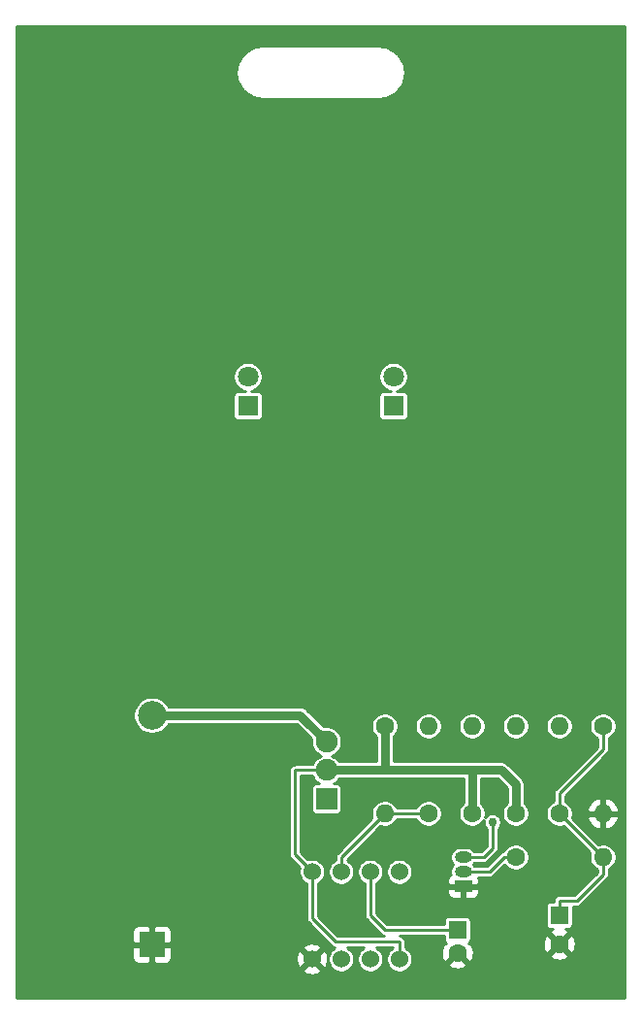
<source format=gtl>
%TF.GenerationSoftware,KiCad,Pcbnew,(5.1.10)-1*%
%TF.CreationDate,2021-09-09T13:48:16-04:00*%
%TF.ProjectId,555_Badge,3535355f-4261-4646-9765-2e6b69636164,v01*%
%TF.SameCoordinates,Original*%
%TF.FileFunction,Copper,L1,Top*%
%TF.FilePolarity,Positive*%
%FSLAX46Y46*%
G04 Gerber Fmt 4.6, Leading zero omitted, Abs format (unit mm)*
G04 Created by KiCad (PCBNEW (5.1.10)-1) date 2021-09-09 13:48:16*
%MOMM*%
%LPD*%
G01*
G04 APERTURE LIST*
%TA.AperFunction,ComponentPad*%
%ADD10C,1.524000*%
%TD*%
%TA.AperFunction,ComponentPad*%
%ADD11R,2.170000X2.170000*%
%TD*%
%TA.AperFunction,ComponentPad*%
%ADD12C,2.500000*%
%TD*%
%TA.AperFunction,ComponentPad*%
%ADD13R,1.600000X1.600000*%
%TD*%
%TA.AperFunction,ComponentPad*%
%ADD14C,1.600000*%
%TD*%
%TA.AperFunction,ComponentPad*%
%ADD15R,1.800000X1.800000*%
%TD*%
%TA.AperFunction,ComponentPad*%
%ADD16C,1.800000*%
%TD*%
%TA.AperFunction,ComponentPad*%
%ADD17O,1.500000X1.000000*%
%TD*%
%TA.AperFunction,ComponentPad*%
%ADD18R,1.500000X1.000000*%
%TD*%
%TA.AperFunction,ComponentPad*%
%ADD19O,1.600000X1.600000*%
%TD*%
%TA.AperFunction,ComponentPad*%
%ADD20R,1.900000X1.900000*%
%TD*%
%TA.AperFunction,ComponentPad*%
%ADD21C,1.900000*%
%TD*%
%TA.AperFunction,ViaPad*%
%ADD22C,0.762000*%
%TD*%
%TA.AperFunction,Conductor*%
%ADD23C,0.762000*%
%TD*%
%TA.AperFunction,Conductor*%
%ADD24C,0.254000*%
%TD*%
%TA.AperFunction,Conductor*%
%ADD25C,0.100000*%
%TD*%
G04 APERTURE END LIST*
D10*
%TO.P,U1,1*%
%TO.N,GND*%
X153162000Y-123190000D03*
%TO.P,U1,2*%
%TO.N,Net-(C1-Pad1)*%
X155702000Y-123190000D03*
%TO.P,U1,3*%
%TO.N,Net-(R3-Pad2)*%
X158242000Y-123190000D03*
%TO.P,U1,4*%
%TO.N,VCC*%
X160782000Y-123190000D03*
%TO.P,U1,5*%
%TO.N,Net-(U1-Pad5)*%
X160782000Y-115570000D03*
%TO.P,U1,6*%
%TO.N,Net-(C1-Pad1)*%
X158242000Y-115570000D03*
%TO.P,U1,7*%
%TO.N,Net-(R1-Pad2)*%
X155702000Y-115570000D03*
%TO.P,U1,8*%
%TO.N,VCC*%
X153162000Y-115570000D03*
%TD*%
D11*
%TO.P,BAT1,Neg*%
%TO.N,GND*%
X139192000Y-121920000D03*
D12*
%TO.P,BAT1,Pos*%
%TO.N,Net-(BAT1-PadPos)*%
X139192000Y-101920000D03*
%TD*%
D13*
%TO.P,C1,1*%
%TO.N,Net-(C1-Pad1)*%
X165862000Y-120650000D03*
D14*
%TO.P,C1,2*%
%TO.N,GND*%
X165862000Y-122650000D03*
%TD*%
D13*
%TO.P,C2,1*%
%TO.N,Net-(C2-Pad1)*%
X174752000Y-119380000D03*
D14*
%TO.P,C2,2*%
%TO.N,GND*%
X174752000Y-121880000D03*
%TD*%
D15*
%TO.P,D1,1*%
%TO.N,Net-(D1-Pad1)*%
X147574000Y-74930000D03*
D16*
%TO.P,D1,2*%
%TO.N,Net-(D1-Pad2)*%
X147574000Y-72390000D03*
%TD*%
%TO.P,D2,2*%
%TO.N,Net-(D2-Pad2)*%
X160274000Y-72390000D03*
D15*
%TO.P,D2,1*%
%TO.N,Net-(D1-Pad1)*%
X160274000Y-74930000D03*
%TD*%
D17*
%TO.P,Q1,2*%
%TO.N,Net-(Q1-Pad2)*%
X166370000Y-115570000D03*
%TO.P,Q1,3*%
%TO.N,Net-(D1-Pad1)*%
X166370000Y-114300000D03*
D18*
%TO.P,Q1,1*%
%TO.N,GND*%
X166370000Y-116840000D03*
%TD*%
D14*
%TO.P,R1,1*%
%TO.N,VCC*%
X159512000Y-102870000D03*
D19*
%TO.P,R1,2*%
%TO.N,Net-(R1-Pad2)*%
X159512000Y-110490000D03*
%TD*%
%TO.P,R2,2*%
%TO.N,Net-(C1-Pad1)*%
X163322000Y-102870000D03*
D14*
%TO.P,R2,1*%
%TO.N,Net-(R1-Pad2)*%
X163322000Y-110490000D03*
%TD*%
%TO.P,R3,1*%
%TO.N,Net-(C2-Pad1)*%
X174752000Y-110490000D03*
D19*
%TO.P,R3,2*%
%TO.N,Net-(R3-Pad2)*%
X174752000Y-102870000D03*
%TD*%
D14*
%TO.P,R4,1*%
%TO.N,Net-(C2-Pad1)*%
X178562000Y-102870000D03*
D19*
%TO.P,R4,2*%
%TO.N,GND*%
X178562000Y-110490000D03*
%TD*%
%TO.P,R5,2*%
%TO.N,Net-(C2-Pad1)*%
X178562000Y-114300000D03*
D14*
%TO.P,R5,1*%
%TO.N,Net-(Q1-Pad2)*%
X170942000Y-114300000D03*
%TD*%
%TO.P,R6,1*%
%TO.N,VCC*%
X167132000Y-110490000D03*
D19*
%TO.P,R6,2*%
%TO.N,Net-(D1-Pad2)*%
X167132000Y-102870000D03*
%TD*%
%TO.P,R7,2*%
%TO.N,Net-(D2-Pad2)*%
X170942000Y-102870000D03*
D14*
%TO.P,R7,1*%
%TO.N,VCC*%
X170942000Y-110490000D03*
%TD*%
D20*
%TO.P,S1,1*%
%TO.N,Net-(S1-Pad1)*%
X154432000Y-109220000D03*
D21*
%TO.P,S1,2*%
%TO.N,VCC*%
X154432000Y-106720000D03*
%TO.P,S1,3*%
%TO.N,Net-(BAT1-PadPos)*%
X154432000Y-104220000D03*
%TD*%
D22*
%TO.N,Net-(D1-Pad1)*%
X168910000Y-111252000D03*
%TD*%
D23*
%TO.N,Net-(BAT1-PadPos)*%
X152132000Y-101920000D02*
X154432000Y-104220000D01*
X139192000Y-101920000D02*
X152132000Y-101920000D01*
D24*
%TO.N,Net-(C1-Pad1)*%
X159512000Y-120650000D02*
X165862000Y-120650000D01*
X158242000Y-115570000D02*
X158242000Y-119380000D01*
X158242000Y-119380000D02*
X159512000Y-120650000D01*
%TO.N,Net-(C2-Pad1)*%
X178562000Y-114300000D02*
X174752000Y-110490000D01*
X174752000Y-110490000D02*
X174752000Y-108712000D01*
X174752000Y-108712000D02*
X178562000Y-104902000D01*
X178562000Y-104902000D02*
X178562000Y-102870000D01*
X174752000Y-119380000D02*
X174752000Y-118110000D01*
X174752000Y-118110000D02*
X176276000Y-118110000D01*
X178562000Y-115824000D02*
X178562000Y-114300000D01*
X176276000Y-118110000D02*
X178562000Y-115824000D01*
%TO.N,Net-(D1-Pad1)*%
X166370000Y-114300000D02*
X167894000Y-114300000D01*
X167894000Y-114300000D02*
X168148000Y-114300000D01*
X168910000Y-113538000D02*
X168910000Y-111252000D01*
X168148000Y-114300000D02*
X168910000Y-113538000D01*
%TO.N,Net-(Q1-Pad2)*%
X169926000Y-114300000D02*
X170942000Y-114300000D01*
X168656000Y-115570000D02*
X169926000Y-114300000D01*
X166370000Y-115570000D02*
X168656000Y-115570000D01*
D23*
%TO.N,VCC*%
X159512000Y-106426000D02*
X159806000Y-106720000D01*
X159512000Y-102870000D02*
X159512000Y-106426000D01*
X159806000Y-106720000D02*
X167172000Y-106720000D01*
X154432000Y-106720000D02*
X159806000Y-106720000D01*
X167132000Y-110490000D02*
X167132000Y-106760000D01*
D24*
X154432000Y-106720000D02*
X151678000Y-106720000D01*
X151678000Y-106720000D02*
X151678000Y-114086000D01*
X153162000Y-115570000D02*
X151678000Y-114086000D01*
D23*
X170942000Y-110490000D02*
X170942000Y-107950000D01*
X170942000Y-107950000D02*
X169672000Y-106680000D01*
X169632000Y-106720000D02*
X167172000Y-106720000D01*
X169672000Y-106680000D02*
X169632000Y-106720000D01*
D24*
X160782000Y-123190000D02*
X160782000Y-121666000D01*
X160782000Y-121666000D02*
X155194000Y-121666000D01*
X155194000Y-121666000D02*
X153162000Y-119634000D01*
X153162000Y-119634000D02*
X153162000Y-115570000D01*
%TO.N,Net-(R1-Pad2)*%
X155702000Y-114300000D02*
X159512000Y-110490000D01*
X155702000Y-115570000D02*
X155702000Y-114300000D01*
X159512000Y-110490000D02*
X159766000Y-110490000D01*
X159512000Y-110490000D02*
X163322000Y-110490000D01*
%TD*%
%TO.N,GND*%
X180454301Y-126606300D02*
X127393700Y-126606300D01*
X127393700Y-124155565D01*
X152376040Y-124155565D01*
X152443020Y-124395656D01*
X152692048Y-124512756D01*
X152959135Y-124579023D01*
X153234017Y-124591910D01*
X153506133Y-124550922D01*
X153765023Y-124457636D01*
X153880980Y-124395656D01*
X153947960Y-124155565D01*
X153162000Y-123369605D01*
X152376040Y-124155565D01*
X127393700Y-124155565D01*
X127393700Y-123005000D01*
X137468928Y-123005000D01*
X137481188Y-123129482D01*
X137517498Y-123249180D01*
X137576463Y-123359494D01*
X137655815Y-123456185D01*
X137752506Y-123535537D01*
X137862820Y-123594502D01*
X137982518Y-123630812D01*
X138107000Y-123643072D01*
X138906250Y-123640000D01*
X139065000Y-123481250D01*
X139065000Y-122047000D01*
X139319000Y-122047000D01*
X139319000Y-123481250D01*
X139477750Y-123640000D01*
X140277000Y-123643072D01*
X140401482Y-123630812D01*
X140521180Y-123594502D01*
X140631494Y-123535537D01*
X140728185Y-123456185D01*
X140807537Y-123359494D01*
X140859640Y-123262017D01*
X151760090Y-123262017D01*
X151801078Y-123534133D01*
X151894364Y-123793023D01*
X151956344Y-123908980D01*
X152196435Y-123975960D01*
X152982395Y-123190000D01*
X152196435Y-122404040D01*
X151956344Y-122471020D01*
X151839244Y-122720048D01*
X151772977Y-122987135D01*
X151760090Y-123262017D01*
X140859640Y-123262017D01*
X140866502Y-123249180D01*
X140902812Y-123129482D01*
X140915072Y-123005000D01*
X140912072Y-122224435D01*
X152376040Y-122224435D01*
X153162000Y-123010395D01*
X153947960Y-122224435D01*
X153880980Y-121984344D01*
X153631952Y-121867244D01*
X153364865Y-121800977D01*
X153089983Y-121788090D01*
X152817867Y-121829078D01*
X152558977Y-121922364D01*
X152443020Y-121984344D01*
X152376040Y-122224435D01*
X140912072Y-122224435D01*
X140912000Y-122205750D01*
X140753250Y-122047000D01*
X139319000Y-122047000D01*
X139065000Y-122047000D01*
X137630750Y-122047000D01*
X137472000Y-122205750D01*
X137468928Y-123005000D01*
X127393700Y-123005000D01*
X127393700Y-120835000D01*
X137468928Y-120835000D01*
X137472000Y-121634250D01*
X137630750Y-121793000D01*
X139065000Y-121793000D01*
X139065000Y-120358750D01*
X139319000Y-120358750D01*
X139319000Y-121793000D01*
X140753250Y-121793000D01*
X140912000Y-121634250D01*
X140915072Y-120835000D01*
X140902812Y-120710518D01*
X140866502Y-120590820D01*
X140807537Y-120480506D01*
X140728185Y-120383815D01*
X140631494Y-120304463D01*
X140521180Y-120245498D01*
X140401482Y-120209188D01*
X140277000Y-120196928D01*
X139477750Y-120200000D01*
X139319000Y-120358750D01*
X139065000Y-120358750D01*
X138906250Y-120200000D01*
X138107000Y-120196928D01*
X137982518Y-120209188D01*
X137862820Y-120245498D01*
X137752506Y-120304463D01*
X137655815Y-120383815D01*
X137576463Y-120480506D01*
X137517498Y-120590820D01*
X137481188Y-120710518D01*
X137468928Y-120835000D01*
X127393700Y-120835000D01*
X127393700Y-101759360D01*
X137561000Y-101759360D01*
X137561000Y-102080640D01*
X137623678Y-102395745D01*
X137746626Y-102692568D01*
X137925119Y-102959702D01*
X138152298Y-103186881D01*
X138419432Y-103365374D01*
X138716255Y-103488322D01*
X139031360Y-103551000D01*
X139352640Y-103551000D01*
X139667745Y-103488322D01*
X139964568Y-103365374D01*
X140231702Y-103186881D01*
X140458881Y-102959702D01*
X140637374Y-102692568D01*
X140641751Y-102682000D01*
X151816370Y-102682000D01*
X153121287Y-103986918D01*
X153101000Y-104088908D01*
X153101000Y-104351092D01*
X153152150Y-104608238D01*
X153252483Y-104850465D01*
X153398145Y-105068463D01*
X153583537Y-105253855D01*
X153801535Y-105399517D01*
X153971697Y-105470000D01*
X153801535Y-105540483D01*
X153583537Y-105686145D01*
X153398145Y-105871537D01*
X153252483Y-106089535D01*
X153201757Y-106212000D01*
X151702947Y-106212000D01*
X151678000Y-106209543D01*
X151653053Y-106212000D01*
X151578415Y-106219351D01*
X151482657Y-106248399D01*
X151394405Y-106295571D01*
X151317052Y-106359052D01*
X151253571Y-106436405D01*
X151206399Y-106524657D01*
X151177351Y-106620415D01*
X151167543Y-106720000D01*
X151170000Y-106744947D01*
X151170001Y-114061046D01*
X151167543Y-114086000D01*
X151177352Y-114185584D01*
X151206400Y-114281343D01*
X151253571Y-114369595D01*
X151291916Y-114416318D01*
X151317053Y-114446948D01*
X151336430Y-114462850D01*
X152076765Y-115203186D01*
X152062925Y-115236599D01*
X152019000Y-115457424D01*
X152019000Y-115682576D01*
X152062925Y-115903401D01*
X152149087Y-116111413D01*
X152274174Y-116298620D01*
X152433380Y-116457826D01*
X152620587Y-116582913D01*
X152654001Y-116596754D01*
X152654000Y-119609056D01*
X152651543Y-119634000D01*
X152654000Y-119658944D01*
X152654000Y-119658946D01*
X152661351Y-119733584D01*
X152690399Y-119829342D01*
X152737571Y-119917595D01*
X152801052Y-119994948D01*
X152820435Y-120010855D01*
X154817150Y-122007571D01*
X154833052Y-122026948D01*
X154852429Y-122042850D01*
X154910404Y-122090429D01*
X154957576Y-122115643D01*
X154998657Y-122137601D01*
X155094415Y-122166649D01*
X155168234Y-122173919D01*
X155160587Y-122177087D01*
X154973380Y-122302174D01*
X154814174Y-122461380D01*
X154689087Y-122648587D01*
X154602925Y-122856599D01*
X154559000Y-123077424D01*
X154559000Y-123085386D01*
X154522922Y-122845867D01*
X154429636Y-122586977D01*
X154367656Y-122471020D01*
X154127565Y-122404040D01*
X153341605Y-123190000D01*
X154127565Y-123975960D01*
X154367656Y-123908980D01*
X154484756Y-123659952D01*
X154551023Y-123392865D01*
X154559000Y-123222714D01*
X154559000Y-123302576D01*
X154602925Y-123523401D01*
X154689087Y-123731413D01*
X154814174Y-123918620D01*
X154973380Y-124077826D01*
X155160587Y-124202913D01*
X155368599Y-124289075D01*
X155589424Y-124333000D01*
X155814576Y-124333000D01*
X156035401Y-124289075D01*
X156243413Y-124202913D01*
X156430620Y-124077826D01*
X156589826Y-123918620D01*
X156714913Y-123731413D01*
X156801075Y-123523401D01*
X156845000Y-123302576D01*
X156845000Y-123077424D01*
X156801075Y-122856599D01*
X156714913Y-122648587D01*
X156589826Y-122461380D01*
X156430620Y-122302174D01*
X156243413Y-122177087D01*
X156235960Y-122174000D01*
X157708040Y-122174000D01*
X157700587Y-122177087D01*
X157513380Y-122302174D01*
X157354174Y-122461380D01*
X157229087Y-122648587D01*
X157142925Y-122856599D01*
X157099000Y-123077424D01*
X157099000Y-123302576D01*
X157142925Y-123523401D01*
X157229087Y-123731413D01*
X157354174Y-123918620D01*
X157513380Y-124077826D01*
X157700587Y-124202913D01*
X157908599Y-124289075D01*
X158129424Y-124333000D01*
X158354576Y-124333000D01*
X158575401Y-124289075D01*
X158783413Y-124202913D01*
X158970620Y-124077826D01*
X159129826Y-123918620D01*
X159254913Y-123731413D01*
X159341075Y-123523401D01*
X159385000Y-123302576D01*
X159385000Y-123077424D01*
X159341075Y-122856599D01*
X159254913Y-122648587D01*
X159129826Y-122461380D01*
X158970620Y-122302174D01*
X158783413Y-122177087D01*
X158775960Y-122174000D01*
X160248040Y-122174000D01*
X160240587Y-122177087D01*
X160053380Y-122302174D01*
X159894174Y-122461380D01*
X159769087Y-122648587D01*
X159682925Y-122856599D01*
X159639000Y-123077424D01*
X159639000Y-123302576D01*
X159682925Y-123523401D01*
X159769087Y-123731413D01*
X159894174Y-123918620D01*
X160053380Y-124077826D01*
X160240587Y-124202913D01*
X160448599Y-124289075D01*
X160669424Y-124333000D01*
X160894576Y-124333000D01*
X161115401Y-124289075D01*
X161323413Y-124202913D01*
X161510620Y-124077826D01*
X161669826Y-123918620D01*
X161794913Y-123731413D01*
X161831658Y-123642702D01*
X165048903Y-123642702D01*
X165120486Y-123886671D01*
X165375996Y-124007571D01*
X165650184Y-124076300D01*
X165932512Y-124090217D01*
X166212130Y-124048787D01*
X166478292Y-123953603D01*
X166603514Y-123886671D01*
X166675097Y-123642702D01*
X165862000Y-122829605D01*
X165048903Y-123642702D01*
X161831658Y-123642702D01*
X161881075Y-123523401D01*
X161925000Y-123302576D01*
X161925000Y-123077424D01*
X161881075Y-122856599D01*
X161794913Y-122648587D01*
X161669826Y-122461380D01*
X161510620Y-122302174D01*
X161323413Y-122177087D01*
X161290000Y-122163247D01*
X161290000Y-121690947D01*
X161292457Y-121666000D01*
X161282649Y-121566415D01*
X161253601Y-121470657D01*
X161206429Y-121382405D01*
X161142948Y-121305052D01*
X161065595Y-121241571D01*
X160977343Y-121194399D01*
X160881585Y-121165351D01*
X160806947Y-121158000D01*
X164679157Y-121158000D01*
X164679157Y-121450000D01*
X164686513Y-121524689D01*
X164708299Y-121596508D01*
X164743678Y-121662696D01*
X164774004Y-121699649D01*
X164753023Y-121720630D01*
X164869296Y-121836903D01*
X164625329Y-121908486D01*
X164504429Y-122163996D01*
X164435700Y-122438184D01*
X164421783Y-122720512D01*
X164463213Y-123000130D01*
X164558397Y-123266292D01*
X164625329Y-123391514D01*
X164869298Y-123463097D01*
X165682395Y-122650000D01*
X165668253Y-122635858D01*
X165847858Y-122456253D01*
X165862000Y-122470395D01*
X165876143Y-122456253D01*
X166055748Y-122635858D01*
X166041605Y-122650000D01*
X166854702Y-123463097D01*
X167098671Y-123391514D01*
X167219571Y-123136004D01*
X167285571Y-122872702D01*
X173938903Y-122872702D01*
X174010486Y-123116671D01*
X174265996Y-123237571D01*
X174540184Y-123306300D01*
X174822512Y-123320217D01*
X175102130Y-123278787D01*
X175368292Y-123183603D01*
X175493514Y-123116671D01*
X175565097Y-122872702D01*
X174752000Y-122059605D01*
X173938903Y-122872702D01*
X167285571Y-122872702D01*
X167288300Y-122861816D01*
X167302217Y-122579488D01*
X167260787Y-122299870D01*
X167165603Y-122033708D01*
X167121135Y-121950512D01*
X173311783Y-121950512D01*
X173353213Y-122230130D01*
X173448397Y-122496292D01*
X173515329Y-122621514D01*
X173759298Y-122693097D01*
X174572395Y-121880000D01*
X174931605Y-121880000D01*
X175744702Y-122693097D01*
X175988671Y-122621514D01*
X176109571Y-122366004D01*
X176178300Y-122091816D01*
X176192217Y-121809488D01*
X176150787Y-121529870D01*
X176055603Y-121263708D01*
X175988671Y-121138486D01*
X175744702Y-121066903D01*
X174931605Y-121880000D01*
X174572395Y-121880000D01*
X173759298Y-121066903D01*
X173515329Y-121138486D01*
X173394429Y-121393996D01*
X173325700Y-121668184D01*
X173311783Y-121950512D01*
X167121135Y-121950512D01*
X167098671Y-121908486D01*
X166854704Y-121836903D01*
X166970977Y-121720630D01*
X166949996Y-121699649D01*
X166980322Y-121662696D01*
X167015701Y-121596508D01*
X167037487Y-121524689D01*
X167044843Y-121450000D01*
X167044843Y-119850000D01*
X167037487Y-119775311D01*
X167015701Y-119703492D01*
X166980322Y-119637304D01*
X166932711Y-119579289D01*
X166874696Y-119531678D01*
X166808508Y-119496299D01*
X166736689Y-119474513D01*
X166662000Y-119467157D01*
X165062000Y-119467157D01*
X164987311Y-119474513D01*
X164915492Y-119496299D01*
X164849304Y-119531678D01*
X164791289Y-119579289D01*
X164743678Y-119637304D01*
X164708299Y-119703492D01*
X164686513Y-119775311D01*
X164679157Y-119850000D01*
X164679157Y-120142000D01*
X159722421Y-120142000D01*
X158750000Y-119169580D01*
X158750000Y-118580000D01*
X173569157Y-118580000D01*
X173569157Y-120180000D01*
X173576513Y-120254689D01*
X173598299Y-120326508D01*
X173633678Y-120392696D01*
X173681289Y-120450711D01*
X173739304Y-120498322D01*
X173805492Y-120533701D01*
X173877311Y-120555487D01*
X173952000Y-120562843D01*
X174173609Y-120562843D01*
X174135708Y-120576397D01*
X174010486Y-120643329D01*
X173938903Y-120887298D01*
X174752000Y-121700395D01*
X175565097Y-120887298D01*
X175493514Y-120643329D01*
X175323415Y-120562843D01*
X175552000Y-120562843D01*
X175626689Y-120555487D01*
X175698508Y-120533701D01*
X175764696Y-120498322D01*
X175822711Y-120450711D01*
X175870322Y-120392696D01*
X175905701Y-120326508D01*
X175927487Y-120254689D01*
X175934843Y-120180000D01*
X175934843Y-118618000D01*
X176251056Y-118618000D01*
X176276000Y-118620457D01*
X176300944Y-118618000D01*
X176300947Y-118618000D01*
X176375585Y-118610649D01*
X176471343Y-118581601D01*
X176559595Y-118534429D01*
X176636948Y-118470948D01*
X176652855Y-118451565D01*
X178903571Y-116200850D01*
X178922948Y-116184948D01*
X178983296Y-116111413D01*
X178986429Y-116107596D01*
X179033600Y-116019345D01*
X179033601Y-116019342D01*
X179062649Y-115923585D01*
X179070000Y-115848947D01*
X179070000Y-115848945D01*
X179072457Y-115824001D01*
X179070000Y-115799057D01*
X179070000Y-115367884D01*
X179121413Y-115346588D01*
X179314843Y-115217342D01*
X179479342Y-115052843D01*
X179608588Y-114859413D01*
X179697614Y-114644485D01*
X179743000Y-114416318D01*
X179743000Y-114183682D01*
X179697614Y-113955515D01*
X179608588Y-113740587D01*
X179479342Y-113547157D01*
X179314843Y-113382658D01*
X179121413Y-113253412D01*
X178906485Y-113164386D01*
X178678318Y-113119000D01*
X178445682Y-113119000D01*
X178217515Y-113164386D01*
X178166102Y-113185682D01*
X175866318Y-110885898D01*
X175885727Y-110839040D01*
X177170091Y-110839040D01*
X177264930Y-111103881D01*
X177409615Y-111345131D01*
X177598586Y-111553519D01*
X177824580Y-111721037D01*
X178078913Y-111841246D01*
X178212961Y-111881904D01*
X178435000Y-111759915D01*
X178435000Y-110617000D01*
X178689000Y-110617000D01*
X178689000Y-111759915D01*
X178911039Y-111881904D01*
X179045087Y-111841246D01*
X179299420Y-111721037D01*
X179525414Y-111553519D01*
X179714385Y-111345131D01*
X179859070Y-111103881D01*
X179953909Y-110839040D01*
X179832624Y-110617000D01*
X178689000Y-110617000D01*
X178435000Y-110617000D01*
X177291376Y-110617000D01*
X177170091Y-110839040D01*
X175885727Y-110839040D01*
X175887614Y-110834485D01*
X175933000Y-110606318D01*
X175933000Y-110373682D01*
X175887614Y-110145515D01*
X175885728Y-110140960D01*
X177170091Y-110140960D01*
X177291376Y-110363000D01*
X178435000Y-110363000D01*
X178435000Y-109220085D01*
X178689000Y-109220085D01*
X178689000Y-110363000D01*
X179832624Y-110363000D01*
X179953909Y-110140960D01*
X179859070Y-109876119D01*
X179714385Y-109634869D01*
X179525414Y-109426481D01*
X179299420Y-109258963D01*
X179045087Y-109138754D01*
X178911039Y-109098096D01*
X178689000Y-109220085D01*
X178435000Y-109220085D01*
X178212961Y-109098096D01*
X178078913Y-109138754D01*
X177824580Y-109258963D01*
X177598586Y-109426481D01*
X177409615Y-109634869D01*
X177264930Y-109876119D01*
X177170091Y-110140960D01*
X175885728Y-110140960D01*
X175798588Y-109930587D01*
X175669342Y-109737157D01*
X175504843Y-109572658D01*
X175311413Y-109443412D01*
X175260000Y-109422116D01*
X175260000Y-108922420D01*
X178903565Y-105278855D01*
X178922948Y-105262948D01*
X178986429Y-105185595D01*
X179033601Y-105097343D01*
X179062649Y-105001585D01*
X179070000Y-104926947D01*
X179070000Y-104926944D01*
X179072457Y-104902000D01*
X179070000Y-104877056D01*
X179070000Y-103937884D01*
X179121413Y-103916588D01*
X179314843Y-103787342D01*
X179479342Y-103622843D01*
X179608588Y-103429413D01*
X179697614Y-103214485D01*
X179743000Y-102986318D01*
X179743000Y-102753682D01*
X179697614Y-102525515D01*
X179608588Y-102310587D01*
X179479342Y-102117157D01*
X179314843Y-101952658D01*
X179121413Y-101823412D01*
X178906485Y-101734386D01*
X178678318Y-101689000D01*
X178445682Y-101689000D01*
X178217515Y-101734386D01*
X178002587Y-101823412D01*
X177809157Y-101952658D01*
X177644658Y-102117157D01*
X177515412Y-102310587D01*
X177426386Y-102525515D01*
X177381000Y-102753682D01*
X177381000Y-102986318D01*
X177426386Y-103214485D01*
X177515412Y-103429413D01*
X177644658Y-103622843D01*
X177809157Y-103787342D01*
X178002587Y-103916588D01*
X178054000Y-103937884D01*
X178054000Y-104691580D01*
X174410430Y-108335150D01*
X174391053Y-108351052D01*
X174375151Y-108370429D01*
X174375150Y-108370430D01*
X174327571Y-108428405D01*
X174280400Y-108516657D01*
X174251352Y-108612416D01*
X174241543Y-108712000D01*
X174244001Y-108736954D01*
X174244001Y-109422116D01*
X174192587Y-109443412D01*
X173999157Y-109572658D01*
X173834658Y-109737157D01*
X173705412Y-109930587D01*
X173616386Y-110145515D01*
X173571000Y-110373682D01*
X173571000Y-110606318D01*
X173616386Y-110834485D01*
X173705412Y-111049413D01*
X173834658Y-111242843D01*
X173999157Y-111407342D01*
X174192587Y-111536588D01*
X174407515Y-111625614D01*
X174635682Y-111671000D01*
X174868318Y-111671000D01*
X175096485Y-111625614D01*
X175147898Y-111604318D01*
X177447682Y-113904102D01*
X177426386Y-113955515D01*
X177381000Y-114183682D01*
X177381000Y-114416318D01*
X177426386Y-114644485D01*
X177515412Y-114859413D01*
X177644658Y-115052843D01*
X177809157Y-115217342D01*
X178002587Y-115346588D01*
X178054000Y-115367884D01*
X178054000Y-115613579D01*
X176065580Y-117602000D01*
X174776947Y-117602000D01*
X174752000Y-117599543D01*
X174727053Y-117602000D01*
X174652415Y-117609351D01*
X174556657Y-117638399D01*
X174468405Y-117685571D01*
X174391052Y-117749052D01*
X174327571Y-117826405D01*
X174280399Y-117914657D01*
X174251351Y-118010415D01*
X174241543Y-118110000D01*
X174244001Y-118134957D01*
X174244001Y-118197157D01*
X173952000Y-118197157D01*
X173877311Y-118204513D01*
X173805492Y-118226299D01*
X173739304Y-118261678D01*
X173681289Y-118309289D01*
X173633678Y-118367304D01*
X173598299Y-118433492D01*
X173576513Y-118505311D01*
X173569157Y-118580000D01*
X158750000Y-118580000D01*
X158750000Y-117340000D01*
X164981928Y-117340000D01*
X164994188Y-117464482D01*
X165030498Y-117584180D01*
X165089463Y-117694494D01*
X165168815Y-117791185D01*
X165265506Y-117870537D01*
X165375820Y-117929502D01*
X165495518Y-117965812D01*
X165620000Y-117978072D01*
X166084250Y-117975000D01*
X166243000Y-117816250D01*
X166243000Y-116967000D01*
X166497000Y-116967000D01*
X166497000Y-117816250D01*
X166655750Y-117975000D01*
X167120000Y-117978072D01*
X167244482Y-117965812D01*
X167364180Y-117929502D01*
X167474494Y-117870537D01*
X167571185Y-117791185D01*
X167650537Y-117694494D01*
X167709502Y-117584180D01*
X167745812Y-117464482D01*
X167758072Y-117340000D01*
X167755000Y-117125750D01*
X167596250Y-116967000D01*
X166497000Y-116967000D01*
X166243000Y-116967000D01*
X165143750Y-116967000D01*
X164985000Y-117125750D01*
X164981928Y-117340000D01*
X158750000Y-117340000D01*
X158750000Y-116596753D01*
X158783413Y-116582913D01*
X158970620Y-116457826D01*
X159129826Y-116298620D01*
X159254913Y-116111413D01*
X159341075Y-115903401D01*
X159385000Y-115682576D01*
X159385000Y-115457424D01*
X159639000Y-115457424D01*
X159639000Y-115682576D01*
X159682925Y-115903401D01*
X159769087Y-116111413D01*
X159894174Y-116298620D01*
X160053380Y-116457826D01*
X160240587Y-116582913D01*
X160448599Y-116669075D01*
X160669424Y-116713000D01*
X160894576Y-116713000D01*
X161115401Y-116669075D01*
X161323413Y-116582913D01*
X161510620Y-116457826D01*
X161669826Y-116298620D01*
X161794913Y-116111413D01*
X161881075Y-115903401D01*
X161925000Y-115682576D01*
X161925000Y-115457424D01*
X161881075Y-115236599D01*
X161794913Y-115028587D01*
X161669826Y-114841380D01*
X161510620Y-114682174D01*
X161323413Y-114557087D01*
X161115401Y-114470925D01*
X160894576Y-114427000D01*
X160669424Y-114427000D01*
X160448599Y-114470925D01*
X160240587Y-114557087D01*
X160053380Y-114682174D01*
X159894174Y-114841380D01*
X159769087Y-115028587D01*
X159682925Y-115236599D01*
X159639000Y-115457424D01*
X159385000Y-115457424D01*
X159341075Y-115236599D01*
X159254913Y-115028587D01*
X159129826Y-114841380D01*
X158970620Y-114682174D01*
X158783413Y-114557087D01*
X158575401Y-114470925D01*
X158354576Y-114427000D01*
X158129424Y-114427000D01*
X157908599Y-114470925D01*
X157700587Y-114557087D01*
X157513380Y-114682174D01*
X157354174Y-114841380D01*
X157229087Y-115028587D01*
X157142925Y-115236599D01*
X157099000Y-115457424D01*
X157099000Y-115682576D01*
X157142925Y-115903401D01*
X157229087Y-116111413D01*
X157354174Y-116298620D01*
X157513380Y-116457826D01*
X157700587Y-116582913D01*
X157734000Y-116596753D01*
X157734001Y-119355046D01*
X157731543Y-119380000D01*
X157737321Y-119438657D01*
X157740853Y-119474513D01*
X157741352Y-119479584D01*
X157770400Y-119575343D01*
X157817571Y-119663595D01*
X157850314Y-119703492D01*
X157881053Y-119740948D01*
X157900430Y-119756850D01*
X159135150Y-120991571D01*
X159151052Y-121010948D01*
X159170429Y-121026850D01*
X159228404Y-121074429D01*
X159316655Y-121121600D01*
X159316657Y-121121601D01*
X159412415Y-121150649D01*
X159487053Y-121158000D01*
X155404421Y-121158000D01*
X153670000Y-119423580D01*
X153670000Y-116596753D01*
X153703413Y-116582913D01*
X153890620Y-116457826D01*
X154049826Y-116298620D01*
X154174913Y-116111413D01*
X154261075Y-115903401D01*
X154305000Y-115682576D01*
X154305000Y-115457424D01*
X154559000Y-115457424D01*
X154559000Y-115682576D01*
X154602925Y-115903401D01*
X154689087Y-116111413D01*
X154814174Y-116298620D01*
X154973380Y-116457826D01*
X155160587Y-116582913D01*
X155368599Y-116669075D01*
X155589424Y-116713000D01*
X155814576Y-116713000D01*
X156035401Y-116669075D01*
X156243413Y-116582913D01*
X156430620Y-116457826D01*
X156589826Y-116298620D01*
X156714913Y-116111413D01*
X156801075Y-115903401D01*
X156845000Y-115682576D01*
X156845000Y-115457424D01*
X156801075Y-115236599D01*
X156714913Y-115028587D01*
X156589826Y-114841380D01*
X156430620Y-114682174D01*
X156243413Y-114557087D01*
X156210000Y-114543247D01*
X156210000Y-114510420D01*
X159116102Y-111604318D01*
X159167515Y-111625614D01*
X159395682Y-111671000D01*
X159628318Y-111671000D01*
X159856485Y-111625614D01*
X160071413Y-111536588D01*
X160264843Y-111407342D01*
X160429342Y-111242843D01*
X160558588Y-111049413D01*
X160579884Y-110998000D01*
X162254116Y-110998000D01*
X162275412Y-111049413D01*
X162404658Y-111242843D01*
X162569157Y-111407342D01*
X162762587Y-111536588D01*
X162977515Y-111625614D01*
X163205682Y-111671000D01*
X163438318Y-111671000D01*
X163666485Y-111625614D01*
X163881413Y-111536588D01*
X164074843Y-111407342D01*
X164239342Y-111242843D01*
X164368588Y-111049413D01*
X164457614Y-110834485D01*
X164503000Y-110606318D01*
X164503000Y-110373682D01*
X164457614Y-110145515D01*
X164368588Y-109930587D01*
X164239342Y-109737157D01*
X164074843Y-109572658D01*
X163881413Y-109443412D01*
X163666485Y-109354386D01*
X163438318Y-109309000D01*
X163205682Y-109309000D01*
X162977515Y-109354386D01*
X162762587Y-109443412D01*
X162569157Y-109572658D01*
X162404658Y-109737157D01*
X162275412Y-109930587D01*
X162254116Y-109982000D01*
X160579884Y-109982000D01*
X160558588Y-109930587D01*
X160429342Y-109737157D01*
X160264843Y-109572658D01*
X160071413Y-109443412D01*
X159856485Y-109354386D01*
X159628318Y-109309000D01*
X159395682Y-109309000D01*
X159167515Y-109354386D01*
X158952587Y-109443412D01*
X158759157Y-109572658D01*
X158594658Y-109737157D01*
X158465412Y-109930587D01*
X158376386Y-110145515D01*
X158331000Y-110373682D01*
X158331000Y-110606318D01*
X158376386Y-110834485D01*
X158397682Y-110885898D01*
X155360430Y-113923150D01*
X155341053Y-113939052D01*
X155325151Y-113958429D01*
X155325150Y-113958430D01*
X155277571Y-114016405D01*
X155230400Y-114104657D01*
X155201352Y-114200416D01*
X155191543Y-114300000D01*
X155194001Y-114324954D01*
X155194001Y-114543246D01*
X155160587Y-114557087D01*
X154973380Y-114682174D01*
X154814174Y-114841380D01*
X154689087Y-115028587D01*
X154602925Y-115236599D01*
X154559000Y-115457424D01*
X154305000Y-115457424D01*
X154261075Y-115236599D01*
X154174913Y-115028587D01*
X154049826Y-114841380D01*
X153890620Y-114682174D01*
X153703413Y-114557087D01*
X153495401Y-114470925D01*
X153274576Y-114427000D01*
X153049424Y-114427000D01*
X152828599Y-114470925D01*
X152795186Y-114484765D01*
X152186000Y-113875580D01*
X152186000Y-107228000D01*
X153201757Y-107228000D01*
X153252483Y-107350465D01*
X153398145Y-107568463D01*
X153583537Y-107753855D01*
X153783037Y-107887157D01*
X153482000Y-107887157D01*
X153407311Y-107894513D01*
X153335492Y-107916299D01*
X153269304Y-107951678D01*
X153211289Y-107999289D01*
X153163678Y-108057304D01*
X153128299Y-108123492D01*
X153106513Y-108195311D01*
X153099157Y-108270000D01*
X153099157Y-110170000D01*
X153106513Y-110244689D01*
X153128299Y-110316508D01*
X153163678Y-110382696D01*
X153211289Y-110440711D01*
X153269304Y-110488322D01*
X153335492Y-110523701D01*
X153407311Y-110545487D01*
X153482000Y-110552843D01*
X155382000Y-110552843D01*
X155456689Y-110545487D01*
X155528508Y-110523701D01*
X155594696Y-110488322D01*
X155652711Y-110440711D01*
X155700322Y-110382696D01*
X155735701Y-110316508D01*
X155757487Y-110244689D01*
X155764843Y-110170000D01*
X155764843Y-108270000D01*
X155757487Y-108195311D01*
X155735701Y-108123492D01*
X155700322Y-108057304D01*
X155652711Y-107999289D01*
X155594696Y-107951678D01*
X155528508Y-107916299D01*
X155456689Y-107894513D01*
X155382000Y-107887157D01*
X155080963Y-107887157D01*
X155280463Y-107753855D01*
X155465855Y-107568463D01*
X155523628Y-107482000D01*
X159768577Y-107482000D01*
X159806000Y-107485686D01*
X159843423Y-107482000D01*
X166370001Y-107482000D01*
X166370000Y-109581815D01*
X166214658Y-109737157D01*
X166085412Y-109930587D01*
X165996386Y-110145515D01*
X165951000Y-110373682D01*
X165951000Y-110606318D01*
X165996386Y-110834485D01*
X166085412Y-111049413D01*
X166214658Y-111242843D01*
X166379157Y-111407342D01*
X166572587Y-111536588D01*
X166787515Y-111625614D01*
X167015682Y-111671000D01*
X167248318Y-111671000D01*
X167476485Y-111625614D01*
X167691413Y-111536588D01*
X167884843Y-111407342D01*
X168049342Y-111242843D01*
X168171156Y-111060536D01*
X168148000Y-111176950D01*
X168148000Y-111327050D01*
X168177283Y-111474267D01*
X168234724Y-111612942D01*
X168318116Y-111737747D01*
X168402001Y-111821632D01*
X168402000Y-113327580D01*
X167937580Y-113792000D01*
X167342794Y-113792000D01*
X167245975Y-113674025D01*
X167111825Y-113563932D01*
X166958775Y-113482125D01*
X166792706Y-113431748D01*
X166663273Y-113419000D01*
X166076727Y-113419000D01*
X165947294Y-113431748D01*
X165781225Y-113482125D01*
X165628175Y-113563932D01*
X165494025Y-113674025D01*
X165383932Y-113808175D01*
X165302125Y-113961225D01*
X165251748Y-114127294D01*
X165234738Y-114300000D01*
X165251748Y-114472706D01*
X165302125Y-114638775D01*
X165383932Y-114791825D01*
X165494025Y-114925975D01*
X165505022Y-114935000D01*
X165494025Y-114944025D01*
X165383932Y-115078175D01*
X165302125Y-115231225D01*
X165251748Y-115397294D01*
X165234738Y-115570000D01*
X165251748Y-115742706D01*
X165271093Y-115806477D01*
X165265506Y-115809463D01*
X165168815Y-115888815D01*
X165089463Y-115985506D01*
X165030498Y-116095820D01*
X164994188Y-116215518D01*
X164981928Y-116340000D01*
X164985000Y-116554250D01*
X165143750Y-116713000D01*
X166243000Y-116713000D01*
X166243000Y-116693000D01*
X166497000Y-116693000D01*
X166497000Y-116713000D01*
X167596250Y-116713000D01*
X167755000Y-116554250D01*
X167758072Y-116340000D01*
X167745812Y-116215518D01*
X167709502Y-116095820D01*
X167699977Y-116078000D01*
X168631056Y-116078000D01*
X168656000Y-116080457D01*
X168680944Y-116078000D01*
X168680947Y-116078000D01*
X168755585Y-116070649D01*
X168851343Y-116041601D01*
X168939595Y-115994429D01*
X169016948Y-115930948D01*
X169032855Y-115911565D01*
X169971353Y-114973067D01*
X170024658Y-115052843D01*
X170189157Y-115217342D01*
X170382587Y-115346588D01*
X170597515Y-115435614D01*
X170825682Y-115481000D01*
X171058318Y-115481000D01*
X171286485Y-115435614D01*
X171501413Y-115346588D01*
X171694843Y-115217342D01*
X171859342Y-115052843D01*
X171988588Y-114859413D01*
X172077614Y-114644485D01*
X172123000Y-114416318D01*
X172123000Y-114183682D01*
X172077614Y-113955515D01*
X171988588Y-113740587D01*
X171859342Y-113547157D01*
X171694843Y-113382658D01*
X171501413Y-113253412D01*
X171286485Y-113164386D01*
X171058318Y-113119000D01*
X170825682Y-113119000D01*
X170597515Y-113164386D01*
X170382587Y-113253412D01*
X170189157Y-113382658D01*
X170024658Y-113547157D01*
X169895412Y-113740587D01*
X169872970Y-113794766D01*
X169826415Y-113799351D01*
X169730657Y-113828399D01*
X169730655Y-113828400D01*
X169642404Y-113875571D01*
X169587810Y-113920376D01*
X169565052Y-113939052D01*
X169549150Y-113958429D01*
X168445580Y-115062000D01*
X167342794Y-115062000D01*
X167245975Y-114944025D01*
X167234978Y-114935000D01*
X167245975Y-114925975D01*
X167342794Y-114808000D01*
X168123056Y-114808000D01*
X168148000Y-114810457D01*
X168172944Y-114808000D01*
X168172947Y-114808000D01*
X168247585Y-114800649D01*
X168343343Y-114771601D01*
X168431595Y-114724429D01*
X168508948Y-114660948D01*
X168524855Y-114641565D01*
X169251565Y-113914855D01*
X169270948Y-113898948D01*
X169334429Y-113821595D01*
X169381601Y-113733343D01*
X169410649Y-113637585D01*
X169418000Y-113562947D01*
X169418000Y-113562944D01*
X169420457Y-113538000D01*
X169418000Y-113513056D01*
X169418000Y-111821631D01*
X169501884Y-111737747D01*
X169585276Y-111612942D01*
X169642717Y-111474267D01*
X169672000Y-111327050D01*
X169672000Y-111176950D01*
X169642717Y-111029733D01*
X169585276Y-110891058D01*
X169501884Y-110766253D01*
X169395747Y-110660116D01*
X169270942Y-110576724D01*
X169132267Y-110519283D01*
X168985050Y-110490000D01*
X168834950Y-110490000D01*
X168687733Y-110519283D01*
X168549058Y-110576724D01*
X168424253Y-110660116D01*
X168318116Y-110766253D01*
X168259604Y-110853822D01*
X168267614Y-110834485D01*
X168313000Y-110606318D01*
X168313000Y-110373682D01*
X168267614Y-110145515D01*
X168178588Y-109930587D01*
X168049342Y-109737157D01*
X167894000Y-109581815D01*
X167894000Y-107482000D01*
X169396370Y-107482000D01*
X170180001Y-108265632D01*
X170180000Y-109581815D01*
X170024658Y-109737157D01*
X169895412Y-109930587D01*
X169806386Y-110145515D01*
X169761000Y-110373682D01*
X169761000Y-110606318D01*
X169806386Y-110834485D01*
X169895412Y-111049413D01*
X170024658Y-111242843D01*
X170189157Y-111407342D01*
X170382587Y-111536588D01*
X170597515Y-111625614D01*
X170825682Y-111671000D01*
X171058318Y-111671000D01*
X171286485Y-111625614D01*
X171501413Y-111536588D01*
X171694843Y-111407342D01*
X171859342Y-111242843D01*
X171988588Y-111049413D01*
X172077614Y-110834485D01*
X172123000Y-110606318D01*
X172123000Y-110373682D01*
X172077614Y-110145515D01*
X171988588Y-109930587D01*
X171859342Y-109737157D01*
X171704000Y-109581815D01*
X171704000Y-107987422D01*
X171707686Y-107949999D01*
X171702221Y-107894513D01*
X171692974Y-107800622D01*
X171649402Y-107656985D01*
X171578645Y-107524608D01*
X171483422Y-107408578D01*
X171454352Y-107384721D01*
X170237284Y-106167654D01*
X170213422Y-106138578D01*
X170097392Y-106043355D01*
X169965016Y-105972599D01*
X169821378Y-105929027D01*
X169672000Y-105914314D01*
X169522622Y-105929027D01*
X169427111Y-105958000D01*
X160274000Y-105958000D01*
X160274000Y-103778185D01*
X160429342Y-103622843D01*
X160558588Y-103429413D01*
X160647614Y-103214485D01*
X160693000Y-102986318D01*
X160693000Y-102753682D01*
X162141000Y-102753682D01*
X162141000Y-102986318D01*
X162186386Y-103214485D01*
X162275412Y-103429413D01*
X162404658Y-103622843D01*
X162569157Y-103787342D01*
X162762587Y-103916588D01*
X162977515Y-104005614D01*
X163205682Y-104051000D01*
X163438318Y-104051000D01*
X163666485Y-104005614D01*
X163881413Y-103916588D01*
X164074843Y-103787342D01*
X164239342Y-103622843D01*
X164368588Y-103429413D01*
X164457614Y-103214485D01*
X164503000Y-102986318D01*
X164503000Y-102753682D01*
X165951000Y-102753682D01*
X165951000Y-102986318D01*
X165996386Y-103214485D01*
X166085412Y-103429413D01*
X166214658Y-103622843D01*
X166379157Y-103787342D01*
X166572587Y-103916588D01*
X166787515Y-104005614D01*
X167015682Y-104051000D01*
X167248318Y-104051000D01*
X167476485Y-104005614D01*
X167691413Y-103916588D01*
X167884843Y-103787342D01*
X168049342Y-103622843D01*
X168178588Y-103429413D01*
X168267614Y-103214485D01*
X168313000Y-102986318D01*
X168313000Y-102753682D01*
X169761000Y-102753682D01*
X169761000Y-102986318D01*
X169806386Y-103214485D01*
X169895412Y-103429413D01*
X170024658Y-103622843D01*
X170189157Y-103787342D01*
X170382587Y-103916588D01*
X170597515Y-104005614D01*
X170825682Y-104051000D01*
X171058318Y-104051000D01*
X171286485Y-104005614D01*
X171501413Y-103916588D01*
X171694843Y-103787342D01*
X171859342Y-103622843D01*
X171988588Y-103429413D01*
X172077614Y-103214485D01*
X172123000Y-102986318D01*
X172123000Y-102753682D01*
X173571000Y-102753682D01*
X173571000Y-102986318D01*
X173616386Y-103214485D01*
X173705412Y-103429413D01*
X173834658Y-103622843D01*
X173999157Y-103787342D01*
X174192587Y-103916588D01*
X174407515Y-104005614D01*
X174635682Y-104051000D01*
X174868318Y-104051000D01*
X175096485Y-104005614D01*
X175311413Y-103916588D01*
X175504843Y-103787342D01*
X175669342Y-103622843D01*
X175798588Y-103429413D01*
X175887614Y-103214485D01*
X175933000Y-102986318D01*
X175933000Y-102753682D01*
X175887614Y-102525515D01*
X175798588Y-102310587D01*
X175669342Y-102117157D01*
X175504843Y-101952658D01*
X175311413Y-101823412D01*
X175096485Y-101734386D01*
X174868318Y-101689000D01*
X174635682Y-101689000D01*
X174407515Y-101734386D01*
X174192587Y-101823412D01*
X173999157Y-101952658D01*
X173834658Y-102117157D01*
X173705412Y-102310587D01*
X173616386Y-102525515D01*
X173571000Y-102753682D01*
X172123000Y-102753682D01*
X172077614Y-102525515D01*
X171988588Y-102310587D01*
X171859342Y-102117157D01*
X171694843Y-101952658D01*
X171501413Y-101823412D01*
X171286485Y-101734386D01*
X171058318Y-101689000D01*
X170825682Y-101689000D01*
X170597515Y-101734386D01*
X170382587Y-101823412D01*
X170189157Y-101952658D01*
X170024658Y-102117157D01*
X169895412Y-102310587D01*
X169806386Y-102525515D01*
X169761000Y-102753682D01*
X168313000Y-102753682D01*
X168267614Y-102525515D01*
X168178588Y-102310587D01*
X168049342Y-102117157D01*
X167884843Y-101952658D01*
X167691413Y-101823412D01*
X167476485Y-101734386D01*
X167248318Y-101689000D01*
X167015682Y-101689000D01*
X166787515Y-101734386D01*
X166572587Y-101823412D01*
X166379157Y-101952658D01*
X166214658Y-102117157D01*
X166085412Y-102310587D01*
X165996386Y-102525515D01*
X165951000Y-102753682D01*
X164503000Y-102753682D01*
X164457614Y-102525515D01*
X164368588Y-102310587D01*
X164239342Y-102117157D01*
X164074843Y-101952658D01*
X163881413Y-101823412D01*
X163666485Y-101734386D01*
X163438318Y-101689000D01*
X163205682Y-101689000D01*
X162977515Y-101734386D01*
X162762587Y-101823412D01*
X162569157Y-101952658D01*
X162404658Y-102117157D01*
X162275412Y-102310587D01*
X162186386Y-102525515D01*
X162141000Y-102753682D01*
X160693000Y-102753682D01*
X160647614Y-102525515D01*
X160558588Y-102310587D01*
X160429342Y-102117157D01*
X160264843Y-101952658D01*
X160071413Y-101823412D01*
X159856485Y-101734386D01*
X159628318Y-101689000D01*
X159395682Y-101689000D01*
X159167515Y-101734386D01*
X158952587Y-101823412D01*
X158759157Y-101952658D01*
X158594658Y-102117157D01*
X158465412Y-102310587D01*
X158376386Y-102525515D01*
X158331000Y-102753682D01*
X158331000Y-102986318D01*
X158376386Y-103214485D01*
X158465412Y-103429413D01*
X158594658Y-103622843D01*
X158750000Y-103778185D01*
X158750001Y-105958000D01*
X155523628Y-105958000D01*
X155465855Y-105871537D01*
X155280463Y-105686145D01*
X155062465Y-105540483D01*
X154892303Y-105470000D01*
X155062465Y-105399517D01*
X155280463Y-105253855D01*
X155465855Y-105068463D01*
X155611517Y-104850465D01*
X155711850Y-104608238D01*
X155763000Y-104351092D01*
X155763000Y-104088908D01*
X155711850Y-103831762D01*
X155611517Y-103589535D01*
X155465855Y-103371537D01*
X155280463Y-103186145D01*
X155062465Y-103040483D01*
X154820238Y-102940150D01*
X154563092Y-102889000D01*
X154300908Y-102889000D01*
X154198918Y-102909287D01*
X152697284Y-101407654D01*
X152673422Y-101378578D01*
X152557392Y-101283355D01*
X152425015Y-101212598D01*
X152281378Y-101169026D01*
X152169426Y-101158000D01*
X152169423Y-101158000D01*
X152132000Y-101154314D01*
X152094577Y-101158000D01*
X140641751Y-101158000D01*
X140637374Y-101147432D01*
X140458881Y-100880298D01*
X140231702Y-100653119D01*
X139964568Y-100474626D01*
X139667745Y-100351678D01*
X139352640Y-100289000D01*
X139031360Y-100289000D01*
X138716255Y-100351678D01*
X138419432Y-100474626D01*
X138152298Y-100653119D01*
X137925119Y-100880298D01*
X137746626Y-101147432D01*
X137623678Y-101444255D01*
X137561000Y-101759360D01*
X127393700Y-101759360D01*
X127393700Y-74030000D01*
X146291157Y-74030000D01*
X146291157Y-75830000D01*
X146298513Y-75904689D01*
X146320299Y-75976508D01*
X146355678Y-76042696D01*
X146403289Y-76100711D01*
X146461304Y-76148322D01*
X146527492Y-76183701D01*
X146599311Y-76205487D01*
X146674000Y-76212843D01*
X148474000Y-76212843D01*
X148548689Y-76205487D01*
X148620508Y-76183701D01*
X148686696Y-76148322D01*
X148744711Y-76100711D01*
X148792322Y-76042696D01*
X148827701Y-75976508D01*
X148849487Y-75904689D01*
X148856843Y-75830000D01*
X148856843Y-74030000D01*
X158991157Y-74030000D01*
X158991157Y-75830000D01*
X158998513Y-75904689D01*
X159020299Y-75976508D01*
X159055678Y-76042696D01*
X159103289Y-76100711D01*
X159161304Y-76148322D01*
X159227492Y-76183701D01*
X159299311Y-76205487D01*
X159374000Y-76212843D01*
X161174000Y-76212843D01*
X161248689Y-76205487D01*
X161320508Y-76183701D01*
X161386696Y-76148322D01*
X161444711Y-76100711D01*
X161492322Y-76042696D01*
X161527701Y-75976508D01*
X161549487Y-75904689D01*
X161556843Y-75830000D01*
X161556843Y-74030000D01*
X161549487Y-73955311D01*
X161527701Y-73883492D01*
X161492322Y-73817304D01*
X161444711Y-73759289D01*
X161386696Y-73711678D01*
X161320508Y-73676299D01*
X161248689Y-73654513D01*
X161174000Y-73647157D01*
X160520034Y-73647157D01*
X160647654Y-73621772D01*
X160880781Y-73525207D01*
X161090590Y-73385018D01*
X161269018Y-73206590D01*
X161409207Y-72996781D01*
X161505772Y-72763654D01*
X161555000Y-72516167D01*
X161555000Y-72263833D01*
X161505772Y-72016346D01*
X161409207Y-71783219D01*
X161269018Y-71573410D01*
X161090590Y-71394982D01*
X160880781Y-71254793D01*
X160647654Y-71158228D01*
X160400167Y-71109000D01*
X160147833Y-71109000D01*
X159900346Y-71158228D01*
X159667219Y-71254793D01*
X159457410Y-71394982D01*
X159278982Y-71573410D01*
X159138793Y-71783219D01*
X159042228Y-72016346D01*
X158993000Y-72263833D01*
X158993000Y-72516167D01*
X159042228Y-72763654D01*
X159138793Y-72996781D01*
X159278982Y-73206590D01*
X159457410Y-73385018D01*
X159667219Y-73525207D01*
X159900346Y-73621772D01*
X160027966Y-73647157D01*
X159374000Y-73647157D01*
X159299311Y-73654513D01*
X159227492Y-73676299D01*
X159161304Y-73711678D01*
X159103289Y-73759289D01*
X159055678Y-73817304D01*
X159020299Y-73883492D01*
X158998513Y-73955311D01*
X158991157Y-74030000D01*
X148856843Y-74030000D01*
X148849487Y-73955311D01*
X148827701Y-73883492D01*
X148792322Y-73817304D01*
X148744711Y-73759289D01*
X148686696Y-73711678D01*
X148620508Y-73676299D01*
X148548689Y-73654513D01*
X148474000Y-73647157D01*
X147820034Y-73647157D01*
X147947654Y-73621772D01*
X148180781Y-73525207D01*
X148390590Y-73385018D01*
X148569018Y-73206590D01*
X148709207Y-72996781D01*
X148805772Y-72763654D01*
X148855000Y-72516167D01*
X148855000Y-72263833D01*
X148805772Y-72016346D01*
X148709207Y-71783219D01*
X148569018Y-71573410D01*
X148390590Y-71394982D01*
X148180781Y-71254793D01*
X147947654Y-71158228D01*
X147700167Y-71109000D01*
X147447833Y-71109000D01*
X147200346Y-71158228D01*
X146967219Y-71254793D01*
X146757410Y-71394982D01*
X146578982Y-71573410D01*
X146438793Y-71783219D01*
X146342228Y-72016346D01*
X146293000Y-72263833D01*
X146293000Y-72516167D01*
X146342228Y-72763654D01*
X146438793Y-72996781D01*
X146578982Y-73206590D01*
X146757410Y-73385018D01*
X146967219Y-73525207D01*
X147200346Y-73621772D01*
X147327966Y-73647157D01*
X146674000Y-73647157D01*
X146599311Y-73654513D01*
X146527492Y-73676299D01*
X146461304Y-73711678D01*
X146403289Y-73759289D01*
X146355678Y-73817304D01*
X146320299Y-73883492D01*
X146298513Y-73955311D01*
X146291157Y-74030000D01*
X127393700Y-74030000D01*
X127393700Y-45824616D01*
X146546966Y-45824616D01*
X146547215Y-45860265D01*
X146546966Y-45895981D01*
X146547503Y-45901452D01*
X146586366Y-46271206D01*
X146593537Y-46306139D01*
X146600227Y-46341211D01*
X146601816Y-46346474D01*
X146711758Y-46701637D01*
X146725583Y-46734527D01*
X146738952Y-46767616D01*
X146741533Y-46772470D01*
X146918365Y-47099515D01*
X146938320Y-47129099D01*
X146957858Y-47158956D01*
X146961332Y-47163216D01*
X147198321Y-47449686D01*
X147223605Y-47474794D01*
X147248606Y-47500324D01*
X147252842Y-47503827D01*
X147540959Y-47738810D01*
X147570645Y-47758534D01*
X147600123Y-47778717D01*
X147604958Y-47781332D01*
X147933230Y-47955877D01*
X147966221Y-47969475D01*
X147999017Y-47983531D01*
X148004269Y-47985157D01*
X148360191Y-48092616D01*
X148395137Y-48099536D01*
X148430099Y-48106967D01*
X148435564Y-48107541D01*
X148435566Y-48107541D01*
X148805582Y-48143821D01*
X148805588Y-48143821D01*
X148824667Y-48145700D01*
X159023333Y-48145700D01*
X159024710Y-48145564D01*
X159033351Y-48145504D01*
X159051133Y-48143635D01*
X159069016Y-48143635D01*
X159074483Y-48143060D01*
X159443957Y-48101617D01*
X159478827Y-48094205D01*
X159513864Y-48087268D01*
X159519115Y-48085642D01*
X159873502Y-47973224D01*
X159906261Y-47959183D01*
X159939290Y-47945570D01*
X159944126Y-47942955D01*
X160269928Y-47763843D01*
X160299341Y-47743704D01*
X160329092Y-47723937D01*
X160333327Y-47720433D01*
X160618135Y-47481451D01*
X160643084Y-47455974D01*
X160668421Y-47430813D01*
X160671895Y-47426553D01*
X160904861Y-47136802D01*
X160924389Y-47106961D01*
X160944354Y-47077361D01*
X160946934Y-47072508D01*
X161119183Y-46743026D01*
X161132549Y-46709944D01*
X161146378Y-46677046D01*
X161147967Y-46671784D01*
X161252939Y-46315118D01*
X161259620Y-46280098D01*
X161266801Y-46245115D01*
X161267337Y-46239644D01*
X161301034Y-45869384D01*
X161300785Y-45833735D01*
X161301034Y-45798019D01*
X161300497Y-45792548D01*
X161261634Y-45422794D01*
X161254466Y-45387874D01*
X161247773Y-45352789D01*
X161246184Y-45347526D01*
X161136242Y-44992362D01*
X161122422Y-44959487D01*
X161109048Y-44926384D01*
X161106467Y-44921530D01*
X160929635Y-44594485D01*
X160909692Y-44564918D01*
X160890142Y-44535043D01*
X160886668Y-44530784D01*
X160649679Y-44244314D01*
X160624378Y-44219189D01*
X160599394Y-44193676D01*
X160595164Y-44190178D01*
X160595158Y-44190172D01*
X160595151Y-44190168D01*
X160307041Y-43955190D01*
X160277373Y-43935478D01*
X160247878Y-43915283D01*
X160243042Y-43912668D01*
X159914770Y-43738123D01*
X159881753Y-43724515D01*
X159848982Y-43710469D01*
X159843731Y-43708843D01*
X159487808Y-43601383D01*
X159452827Y-43594457D01*
X159417901Y-43587033D01*
X159412436Y-43586459D01*
X159412434Y-43586459D01*
X159042418Y-43550179D01*
X159042412Y-43550179D01*
X159023333Y-43548300D01*
X148824667Y-43548300D01*
X148823290Y-43548436D01*
X148814649Y-43548496D01*
X148796867Y-43550365D01*
X148778984Y-43550365D01*
X148773517Y-43550940D01*
X148404043Y-43592383D01*
X148369173Y-43599795D01*
X148334136Y-43606732D01*
X148328885Y-43608358D01*
X147974498Y-43720776D01*
X147941739Y-43734817D01*
X147908710Y-43748430D01*
X147903874Y-43751045D01*
X147578071Y-43930157D01*
X147548625Y-43950319D01*
X147518908Y-43970063D01*
X147514678Y-43973563D01*
X147514672Y-43973567D01*
X147514667Y-43973572D01*
X147229865Y-44212549D01*
X147204916Y-44238026D01*
X147179579Y-44263187D01*
X147176105Y-44267447D01*
X146943139Y-44557198D01*
X146923611Y-44587039D01*
X146903646Y-44616639D01*
X146901065Y-44621493D01*
X146728817Y-44950974D01*
X146715461Y-44984030D01*
X146701622Y-45016953D01*
X146700033Y-45022216D01*
X146595061Y-45378881D01*
X146588385Y-45413878D01*
X146581199Y-45448885D01*
X146580663Y-45454356D01*
X146546966Y-45824616D01*
X127393700Y-45824616D01*
X127393700Y-41795700D01*
X180454300Y-41795700D01*
X180454301Y-126606300D01*
%TA.AperFunction,Conductor*%
D25*
G36*
X180454301Y-126606300D02*
G01*
X127393700Y-126606300D01*
X127393700Y-124155565D01*
X152376040Y-124155565D01*
X152443020Y-124395656D01*
X152692048Y-124512756D01*
X152959135Y-124579023D01*
X153234017Y-124591910D01*
X153506133Y-124550922D01*
X153765023Y-124457636D01*
X153880980Y-124395656D01*
X153947960Y-124155565D01*
X153162000Y-123369605D01*
X152376040Y-124155565D01*
X127393700Y-124155565D01*
X127393700Y-123005000D01*
X137468928Y-123005000D01*
X137481188Y-123129482D01*
X137517498Y-123249180D01*
X137576463Y-123359494D01*
X137655815Y-123456185D01*
X137752506Y-123535537D01*
X137862820Y-123594502D01*
X137982518Y-123630812D01*
X138107000Y-123643072D01*
X138906250Y-123640000D01*
X139065000Y-123481250D01*
X139065000Y-122047000D01*
X139319000Y-122047000D01*
X139319000Y-123481250D01*
X139477750Y-123640000D01*
X140277000Y-123643072D01*
X140401482Y-123630812D01*
X140521180Y-123594502D01*
X140631494Y-123535537D01*
X140728185Y-123456185D01*
X140807537Y-123359494D01*
X140859640Y-123262017D01*
X151760090Y-123262017D01*
X151801078Y-123534133D01*
X151894364Y-123793023D01*
X151956344Y-123908980D01*
X152196435Y-123975960D01*
X152982395Y-123190000D01*
X152196435Y-122404040D01*
X151956344Y-122471020D01*
X151839244Y-122720048D01*
X151772977Y-122987135D01*
X151760090Y-123262017D01*
X140859640Y-123262017D01*
X140866502Y-123249180D01*
X140902812Y-123129482D01*
X140915072Y-123005000D01*
X140912072Y-122224435D01*
X152376040Y-122224435D01*
X153162000Y-123010395D01*
X153947960Y-122224435D01*
X153880980Y-121984344D01*
X153631952Y-121867244D01*
X153364865Y-121800977D01*
X153089983Y-121788090D01*
X152817867Y-121829078D01*
X152558977Y-121922364D01*
X152443020Y-121984344D01*
X152376040Y-122224435D01*
X140912072Y-122224435D01*
X140912000Y-122205750D01*
X140753250Y-122047000D01*
X139319000Y-122047000D01*
X139065000Y-122047000D01*
X137630750Y-122047000D01*
X137472000Y-122205750D01*
X137468928Y-123005000D01*
X127393700Y-123005000D01*
X127393700Y-120835000D01*
X137468928Y-120835000D01*
X137472000Y-121634250D01*
X137630750Y-121793000D01*
X139065000Y-121793000D01*
X139065000Y-120358750D01*
X139319000Y-120358750D01*
X139319000Y-121793000D01*
X140753250Y-121793000D01*
X140912000Y-121634250D01*
X140915072Y-120835000D01*
X140902812Y-120710518D01*
X140866502Y-120590820D01*
X140807537Y-120480506D01*
X140728185Y-120383815D01*
X140631494Y-120304463D01*
X140521180Y-120245498D01*
X140401482Y-120209188D01*
X140277000Y-120196928D01*
X139477750Y-120200000D01*
X139319000Y-120358750D01*
X139065000Y-120358750D01*
X138906250Y-120200000D01*
X138107000Y-120196928D01*
X137982518Y-120209188D01*
X137862820Y-120245498D01*
X137752506Y-120304463D01*
X137655815Y-120383815D01*
X137576463Y-120480506D01*
X137517498Y-120590820D01*
X137481188Y-120710518D01*
X137468928Y-120835000D01*
X127393700Y-120835000D01*
X127393700Y-101759360D01*
X137561000Y-101759360D01*
X137561000Y-102080640D01*
X137623678Y-102395745D01*
X137746626Y-102692568D01*
X137925119Y-102959702D01*
X138152298Y-103186881D01*
X138419432Y-103365374D01*
X138716255Y-103488322D01*
X139031360Y-103551000D01*
X139352640Y-103551000D01*
X139667745Y-103488322D01*
X139964568Y-103365374D01*
X140231702Y-103186881D01*
X140458881Y-102959702D01*
X140637374Y-102692568D01*
X140641751Y-102682000D01*
X151816370Y-102682000D01*
X153121287Y-103986918D01*
X153101000Y-104088908D01*
X153101000Y-104351092D01*
X153152150Y-104608238D01*
X153252483Y-104850465D01*
X153398145Y-105068463D01*
X153583537Y-105253855D01*
X153801535Y-105399517D01*
X153971697Y-105470000D01*
X153801535Y-105540483D01*
X153583537Y-105686145D01*
X153398145Y-105871537D01*
X153252483Y-106089535D01*
X153201757Y-106212000D01*
X151702947Y-106212000D01*
X151678000Y-106209543D01*
X151653053Y-106212000D01*
X151578415Y-106219351D01*
X151482657Y-106248399D01*
X151394405Y-106295571D01*
X151317052Y-106359052D01*
X151253571Y-106436405D01*
X151206399Y-106524657D01*
X151177351Y-106620415D01*
X151167543Y-106720000D01*
X151170000Y-106744947D01*
X151170001Y-114061046D01*
X151167543Y-114086000D01*
X151177352Y-114185584D01*
X151206400Y-114281343D01*
X151253571Y-114369595D01*
X151291916Y-114416318D01*
X151317053Y-114446948D01*
X151336430Y-114462850D01*
X152076765Y-115203186D01*
X152062925Y-115236599D01*
X152019000Y-115457424D01*
X152019000Y-115682576D01*
X152062925Y-115903401D01*
X152149087Y-116111413D01*
X152274174Y-116298620D01*
X152433380Y-116457826D01*
X152620587Y-116582913D01*
X152654001Y-116596754D01*
X152654000Y-119609056D01*
X152651543Y-119634000D01*
X152654000Y-119658944D01*
X152654000Y-119658946D01*
X152661351Y-119733584D01*
X152690399Y-119829342D01*
X152737571Y-119917595D01*
X152801052Y-119994948D01*
X152820435Y-120010855D01*
X154817150Y-122007571D01*
X154833052Y-122026948D01*
X154852429Y-122042850D01*
X154910404Y-122090429D01*
X154957576Y-122115643D01*
X154998657Y-122137601D01*
X155094415Y-122166649D01*
X155168234Y-122173919D01*
X155160587Y-122177087D01*
X154973380Y-122302174D01*
X154814174Y-122461380D01*
X154689087Y-122648587D01*
X154602925Y-122856599D01*
X154559000Y-123077424D01*
X154559000Y-123085386D01*
X154522922Y-122845867D01*
X154429636Y-122586977D01*
X154367656Y-122471020D01*
X154127565Y-122404040D01*
X153341605Y-123190000D01*
X154127565Y-123975960D01*
X154367656Y-123908980D01*
X154484756Y-123659952D01*
X154551023Y-123392865D01*
X154559000Y-123222714D01*
X154559000Y-123302576D01*
X154602925Y-123523401D01*
X154689087Y-123731413D01*
X154814174Y-123918620D01*
X154973380Y-124077826D01*
X155160587Y-124202913D01*
X155368599Y-124289075D01*
X155589424Y-124333000D01*
X155814576Y-124333000D01*
X156035401Y-124289075D01*
X156243413Y-124202913D01*
X156430620Y-124077826D01*
X156589826Y-123918620D01*
X156714913Y-123731413D01*
X156801075Y-123523401D01*
X156845000Y-123302576D01*
X156845000Y-123077424D01*
X156801075Y-122856599D01*
X156714913Y-122648587D01*
X156589826Y-122461380D01*
X156430620Y-122302174D01*
X156243413Y-122177087D01*
X156235960Y-122174000D01*
X157708040Y-122174000D01*
X157700587Y-122177087D01*
X157513380Y-122302174D01*
X157354174Y-122461380D01*
X157229087Y-122648587D01*
X157142925Y-122856599D01*
X157099000Y-123077424D01*
X157099000Y-123302576D01*
X157142925Y-123523401D01*
X157229087Y-123731413D01*
X157354174Y-123918620D01*
X157513380Y-124077826D01*
X157700587Y-124202913D01*
X157908599Y-124289075D01*
X158129424Y-124333000D01*
X158354576Y-124333000D01*
X158575401Y-124289075D01*
X158783413Y-124202913D01*
X158970620Y-124077826D01*
X159129826Y-123918620D01*
X159254913Y-123731413D01*
X159341075Y-123523401D01*
X159385000Y-123302576D01*
X159385000Y-123077424D01*
X159341075Y-122856599D01*
X159254913Y-122648587D01*
X159129826Y-122461380D01*
X158970620Y-122302174D01*
X158783413Y-122177087D01*
X158775960Y-122174000D01*
X160248040Y-122174000D01*
X160240587Y-122177087D01*
X160053380Y-122302174D01*
X159894174Y-122461380D01*
X159769087Y-122648587D01*
X159682925Y-122856599D01*
X159639000Y-123077424D01*
X159639000Y-123302576D01*
X159682925Y-123523401D01*
X159769087Y-123731413D01*
X159894174Y-123918620D01*
X160053380Y-124077826D01*
X160240587Y-124202913D01*
X160448599Y-124289075D01*
X160669424Y-124333000D01*
X160894576Y-124333000D01*
X161115401Y-124289075D01*
X161323413Y-124202913D01*
X161510620Y-124077826D01*
X161669826Y-123918620D01*
X161794913Y-123731413D01*
X161831658Y-123642702D01*
X165048903Y-123642702D01*
X165120486Y-123886671D01*
X165375996Y-124007571D01*
X165650184Y-124076300D01*
X165932512Y-124090217D01*
X166212130Y-124048787D01*
X166478292Y-123953603D01*
X166603514Y-123886671D01*
X166675097Y-123642702D01*
X165862000Y-122829605D01*
X165048903Y-123642702D01*
X161831658Y-123642702D01*
X161881075Y-123523401D01*
X161925000Y-123302576D01*
X161925000Y-123077424D01*
X161881075Y-122856599D01*
X161794913Y-122648587D01*
X161669826Y-122461380D01*
X161510620Y-122302174D01*
X161323413Y-122177087D01*
X161290000Y-122163247D01*
X161290000Y-121690947D01*
X161292457Y-121666000D01*
X161282649Y-121566415D01*
X161253601Y-121470657D01*
X161206429Y-121382405D01*
X161142948Y-121305052D01*
X161065595Y-121241571D01*
X160977343Y-121194399D01*
X160881585Y-121165351D01*
X160806947Y-121158000D01*
X164679157Y-121158000D01*
X164679157Y-121450000D01*
X164686513Y-121524689D01*
X164708299Y-121596508D01*
X164743678Y-121662696D01*
X164774004Y-121699649D01*
X164753023Y-121720630D01*
X164869296Y-121836903D01*
X164625329Y-121908486D01*
X164504429Y-122163996D01*
X164435700Y-122438184D01*
X164421783Y-122720512D01*
X164463213Y-123000130D01*
X164558397Y-123266292D01*
X164625329Y-123391514D01*
X164869298Y-123463097D01*
X165682395Y-122650000D01*
X165668253Y-122635858D01*
X165847858Y-122456253D01*
X165862000Y-122470395D01*
X165876143Y-122456253D01*
X166055748Y-122635858D01*
X166041605Y-122650000D01*
X166854702Y-123463097D01*
X167098671Y-123391514D01*
X167219571Y-123136004D01*
X167285571Y-122872702D01*
X173938903Y-122872702D01*
X174010486Y-123116671D01*
X174265996Y-123237571D01*
X174540184Y-123306300D01*
X174822512Y-123320217D01*
X175102130Y-123278787D01*
X175368292Y-123183603D01*
X175493514Y-123116671D01*
X175565097Y-122872702D01*
X174752000Y-122059605D01*
X173938903Y-122872702D01*
X167285571Y-122872702D01*
X167288300Y-122861816D01*
X167302217Y-122579488D01*
X167260787Y-122299870D01*
X167165603Y-122033708D01*
X167121135Y-121950512D01*
X173311783Y-121950512D01*
X173353213Y-122230130D01*
X173448397Y-122496292D01*
X173515329Y-122621514D01*
X173759298Y-122693097D01*
X174572395Y-121880000D01*
X174931605Y-121880000D01*
X175744702Y-122693097D01*
X175988671Y-122621514D01*
X176109571Y-122366004D01*
X176178300Y-122091816D01*
X176192217Y-121809488D01*
X176150787Y-121529870D01*
X176055603Y-121263708D01*
X175988671Y-121138486D01*
X175744702Y-121066903D01*
X174931605Y-121880000D01*
X174572395Y-121880000D01*
X173759298Y-121066903D01*
X173515329Y-121138486D01*
X173394429Y-121393996D01*
X173325700Y-121668184D01*
X173311783Y-121950512D01*
X167121135Y-121950512D01*
X167098671Y-121908486D01*
X166854704Y-121836903D01*
X166970977Y-121720630D01*
X166949996Y-121699649D01*
X166980322Y-121662696D01*
X167015701Y-121596508D01*
X167037487Y-121524689D01*
X167044843Y-121450000D01*
X167044843Y-119850000D01*
X167037487Y-119775311D01*
X167015701Y-119703492D01*
X166980322Y-119637304D01*
X166932711Y-119579289D01*
X166874696Y-119531678D01*
X166808508Y-119496299D01*
X166736689Y-119474513D01*
X166662000Y-119467157D01*
X165062000Y-119467157D01*
X164987311Y-119474513D01*
X164915492Y-119496299D01*
X164849304Y-119531678D01*
X164791289Y-119579289D01*
X164743678Y-119637304D01*
X164708299Y-119703492D01*
X164686513Y-119775311D01*
X164679157Y-119850000D01*
X164679157Y-120142000D01*
X159722421Y-120142000D01*
X158750000Y-119169580D01*
X158750000Y-118580000D01*
X173569157Y-118580000D01*
X173569157Y-120180000D01*
X173576513Y-120254689D01*
X173598299Y-120326508D01*
X173633678Y-120392696D01*
X173681289Y-120450711D01*
X173739304Y-120498322D01*
X173805492Y-120533701D01*
X173877311Y-120555487D01*
X173952000Y-120562843D01*
X174173609Y-120562843D01*
X174135708Y-120576397D01*
X174010486Y-120643329D01*
X173938903Y-120887298D01*
X174752000Y-121700395D01*
X175565097Y-120887298D01*
X175493514Y-120643329D01*
X175323415Y-120562843D01*
X175552000Y-120562843D01*
X175626689Y-120555487D01*
X175698508Y-120533701D01*
X175764696Y-120498322D01*
X175822711Y-120450711D01*
X175870322Y-120392696D01*
X175905701Y-120326508D01*
X175927487Y-120254689D01*
X175934843Y-120180000D01*
X175934843Y-118618000D01*
X176251056Y-118618000D01*
X176276000Y-118620457D01*
X176300944Y-118618000D01*
X176300947Y-118618000D01*
X176375585Y-118610649D01*
X176471343Y-118581601D01*
X176559595Y-118534429D01*
X176636948Y-118470948D01*
X176652855Y-118451565D01*
X178903571Y-116200850D01*
X178922948Y-116184948D01*
X178983296Y-116111413D01*
X178986429Y-116107596D01*
X179033600Y-116019345D01*
X179033601Y-116019342D01*
X179062649Y-115923585D01*
X179070000Y-115848947D01*
X179070000Y-115848945D01*
X179072457Y-115824001D01*
X179070000Y-115799057D01*
X179070000Y-115367884D01*
X179121413Y-115346588D01*
X179314843Y-115217342D01*
X179479342Y-115052843D01*
X179608588Y-114859413D01*
X179697614Y-114644485D01*
X179743000Y-114416318D01*
X179743000Y-114183682D01*
X179697614Y-113955515D01*
X179608588Y-113740587D01*
X179479342Y-113547157D01*
X179314843Y-113382658D01*
X179121413Y-113253412D01*
X178906485Y-113164386D01*
X178678318Y-113119000D01*
X178445682Y-113119000D01*
X178217515Y-113164386D01*
X178166102Y-113185682D01*
X175866318Y-110885898D01*
X175885727Y-110839040D01*
X177170091Y-110839040D01*
X177264930Y-111103881D01*
X177409615Y-111345131D01*
X177598586Y-111553519D01*
X177824580Y-111721037D01*
X178078913Y-111841246D01*
X178212961Y-111881904D01*
X178435000Y-111759915D01*
X178435000Y-110617000D01*
X178689000Y-110617000D01*
X178689000Y-111759915D01*
X178911039Y-111881904D01*
X179045087Y-111841246D01*
X179299420Y-111721037D01*
X179525414Y-111553519D01*
X179714385Y-111345131D01*
X179859070Y-111103881D01*
X179953909Y-110839040D01*
X179832624Y-110617000D01*
X178689000Y-110617000D01*
X178435000Y-110617000D01*
X177291376Y-110617000D01*
X177170091Y-110839040D01*
X175885727Y-110839040D01*
X175887614Y-110834485D01*
X175933000Y-110606318D01*
X175933000Y-110373682D01*
X175887614Y-110145515D01*
X175885728Y-110140960D01*
X177170091Y-110140960D01*
X177291376Y-110363000D01*
X178435000Y-110363000D01*
X178435000Y-109220085D01*
X178689000Y-109220085D01*
X178689000Y-110363000D01*
X179832624Y-110363000D01*
X179953909Y-110140960D01*
X179859070Y-109876119D01*
X179714385Y-109634869D01*
X179525414Y-109426481D01*
X179299420Y-109258963D01*
X179045087Y-109138754D01*
X178911039Y-109098096D01*
X178689000Y-109220085D01*
X178435000Y-109220085D01*
X178212961Y-109098096D01*
X178078913Y-109138754D01*
X177824580Y-109258963D01*
X177598586Y-109426481D01*
X177409615Y-109634869D01*
X177264930Y-109876119D01*
X177170091Y-110140960D01*
X175885728Y-110140960D01*
X175798588Y-109930587D01*
X175669342Y-109737157D01*
X175504843Y-109572658D01*
X175311413Y-109443412D01*
X175260000Y-109422116D01*
X175260000Y-108922420D01*
X178903565Y-105278855D01*
X178922948Y-105262948D01*
X178986429Y-105185595D01*
X179033601Y-105097343D01*
X179062649Y-105001585D01*
X179070000Y-104926947D01*
X179070000Y-104926944D01*
X179072457Y-104902000D01*
X179070000Y-104877056D01*
X179070000Y-103937884D01*
X179121413Y-103916588D01*
X179314843Y-103787342D01*
X179479342Y-103622843D01*
X179608588Y-103429413D01*
X179697614Y-103214485D01*
X179743000Y-102986318D01*
X179743000Y-102753682D01*
X179697614Y-102525515D01*
X179608588Y-102310587D01*
X179479342Y-102117157D01*
X179314843Y-101952658D01*
X179121413Y-101823412D01*
X178906485Y-101734386D01*
X178678318Y-101689000D01*
X178445682Y-101689000D01*
X178217515Y-101734386D01*
X178002587Y-101823412D01*
X177809157Y-101952658D01*
X177644658Y-102117157D01*
X177515412Y-102310587D01*
X177426386Y-102525515D01*
X177381000Y-102753682D01*
X177381000Y-102986318D01*
X177426386Y-103214485D01*
X177515412Y-103429413D01*
X177644658Y-103622843D01*
X177809157Y-103787342D01*
X178002587Y-103916588D01*
X178054000Y-103937884D01*
X178054000Y-104691580D01*
X174410430Y-108335150D01*
X174391053Y-108351052D01*
X174375151Y-108370429D01*
X174375150Y-108370430D01*
X174327571Y-108428405D01*
X174280400Y-108516657D01*
X174251352Y-108612416D01*
X174241543Y-108712000D01*
X174244001Y-108736954D01*
X174244001Y-109422116D01*
X174192587Y-109443412D01*
X173999157Y-109572658D01*
X173834658Y-109737157D01*
X173705412Y-109930587D01*
X173616386Y-110145515D01*
X173571000Y-110373682D01*
X173571000Y-110606318D01*
X173616386Y-110834485D01*
X173705412Y-111049413D01*
X173834658Y-111242843D01*
X173999157Y-111407342D01*
X174192587Y-111536588D01*
X174407515Y-111625614D01*
X174635682Y-111671000D01*
X174868318Y-111671000D01*
X175096485Y-111625614D01*
X175147898Y-111604318D01*
X177447682Y-113904102D01*
X177426386Y-113955515D01*
X177381000Y-114183682D01*
X177381000Y-114416318D01*
X177426386Y-114644485D01*
X177515412Y-114859413D01*
X177644658Y-115052843D01*
X177809157Y-115217342D01*
X178002587Y-115346588D01*
X178054000Y-115367884D01*
X178054000Y-115613579D01*
X176065580Y-117602000D01*
X174776947Y-117602000D01*
X174752000Y-117599543D01*
X174727053Y-117602000D01*
X174652415Y-117609351D01*
X174556657Y-117638399D01*
X174468405Y-117685571D01*
X174391052Y-117749052D01*
X174327571Y-117826405D01*
X174280399Y-117914657D01*
X174251351Y-118010415D01*
X174241543Y-118110000D01*
X174244001Y-118134957D01*
X174244001Y-118197157D01*
X173952000Y-118197157D01*
X173877311Y-118204513D01*
X173805492Y-118226299D01*
X173739304Y-118261678D01*
X173681289Y-118309289D01*
X173633678Y-118367304D01*
X173598299Y-118433492D01*
X173576513Y-118505311D01*
X173569157Y-118580000D01*
X158750000Y-118580000D01*
X158750000Y-117340000D01*
X164981928Y-117340000D01*
X164994188Y-117464482D01*
X165030498Y-117584180D01*
X165089463Y-117694494D01*
X165168815Y-117791185D01*
X165265506Y-117870537D01*
X165375820Y-117929502D01*
X165495518Y-117965812D01*
X165620000Y-117978072D01*
X166084250Y-117975000D01*
X166243000Y-117816250D01*
X166243000Y-116967000D01*
X166497000Y-116967000D01*
X166497000Y-117816250D01*
X166655750Y-117975000D01*
X167120000Y-117978072D01*
X167244482Y-117965812D01*
X167364180Y-117929502D01*
X167474494Y-117870537D01*
X167571185Y-117791185D01*
X167650537Y-117694494D01*
X167709502Y-117584180D01*
X167745812Y-117464482D01*
X167758072Y-117340000D01*
X167755000Y-117125750D01*
X167596250Y-116967000D01*
X166497000Y-116967000D01*
X166243000Y-116967000D01*
X165143750Y-116967000D01*
X164985000Y-117125750D01*
X164981928Y-117340000D01*
X158750000Y-117340000D01*
X158750000Y-116596753D01*
X158783413Y-116582913D01*
X158970620Y-116457826D01*
X159129826Y-116298620D01*
X159254913Y-116111413D01*
X159341075Y-115903401D01*
X159385000Y-115682576D01*
X159385000Y-115457424D01*
X159639000Y-115457424D01*
X159639000Y-115682576D01*
X159682925Y-115903401D01*
X159769087Y-116111413D01*
X159894174Y-116298620D01*
X160053380Y-116457826D01*
X160240587Y-116582913D01*
X160448599Y-116669075D01*
X160669424Y-116713000D01*
X160894576Y-116713000D01*
X161115401Y-116669075D01*
X161323413Y-116582913D01*
X161510620Y-116457826D01*
X161669826Y-116298620D01*
X161794913Y-116111413D01*
X161881075Y-115903401D01*
X161925000Y-115682576D01*
X161925000Y-115457424D01*
X161881075Y-115236599D01*
X161794913Y-115028587D01*
X161669826Y-114841380D01*
X161510620Y-114682174D01*
X161323413Y-114557087D01*
X161115401Y-114470925D01*
X160894576Y-114427000D01*
X160669424Y-114427000D01*
X160448599Y-114470925D01*
X160240587Y-114557087D01*
X160053380Y-114682174D01*
X159894174Y-114841380D01*
X159769087Y-115028587D01*
X159682925Y-115236599D01*
X159639000Y-115457424D01*
X159385000Y-115457424D01*
X159341075Y-115236599D01*
X159254913Y-115028587D01*
X159129826Y-114841380D01*
X158970620Y-114682174D01*
X158783413Y-114557087D01*
X158575401Y-114470925D01*
X158354576Y-114427000D01*
X158129424Y-114427000D01*
X157908599Y-114470925D01*
X157700587Y-114557087D01*
X157513380Y-114682174D01*
X157354174Y-114841380D01*
X157229087Y-115028587D01*
X157142925Y-115236599D01*
X157099000Y-115457424D01*
X157099000Y-115682576D01*
X157142925Y-115903401D01*
X157229087Y-116111413D01*
X157354174Y-116298620D01*
X157513380Y-116457826D01*
X157700587Y-116582913D01*
X157734000Y-116596753D01*
X157734001Y-119355046D01*
X157731543Y-119380000D01*
X157737321Y-119438657D01*
X157740853Y-119474513D01*
X157741352Y-119479584D01*
X157770400Y-119575343D01*
X157817571Y-119663595D01*
X157850314Y-119703492D01*
X157881053Y-119740948D01*
X157900430Y-119756850D01*
X159135150Y-120991571D01*
X159151052Y-121010948D01*
X159170429Y-121026850D01*
X159228404Y-121074429D01*
X159316655Y-121121600D01*
X159316657Y-121121601D01*
X159412415Y-121150649D01*
X159487053Y-121158000D01*
X155404421Y-121158000D01*
X153670000Y-119423580D01*
X153670000Y-116596753D01*
X153703413Y-116582913D01*
X153890620Y-116457826D01*
X154049826Y-116298620D01*
X154174913Y-116111413D01*
X154261075Y-115903401D01*
X154305000Y-115682576D01*
X154305000Y-115457424D01*
X154559000Y-115457424D01*
X154559000Y-115682576D01*
X154602925Y-115903401D01*
X154689087Y-116111413D01*
X154814174Y-116298620D01*
X154973380Y-116457826D01*
X155160587Y-116582913D01*
X155368599Y-116669075D01*
X155589424Y-116713000D01*
X155814576Y-116713000D01*
X156035401Y-116669075D01*
X156243413Y-116582913D01*
X156430620Y-116457826D01*
X156589826Y-116298620D01*
X156714913Y-116111413D01*
X156801075Y-115903401D01*
X156845000Y-115682576D01*
X156845000Y-115457424D01*
X156801075Y-115236599D01*
X156714913Y-115028587D01*
X156589826Y-114841380D01*
X156430620Y-114682174D01*
X156243413Y-114557087D01*
X156210000Y-114543247D01*
X156210000Y-114510420D01*
X159116102Y-111604318D01*
X159167515Y-111625614D01*
X159395682Y-111671000D01*
X159628318Y-111671000D01*
X159856485Y-111625614D01*
X160071413Y-111536588D01*
X160264843Y-111407342D01*
X160429342Y-111242843D01*
X160558588Y-111049413D01*
X160579884Y-110998000D01*
X162254116Y-110998000D01*
X162275412Y-111049413D01*
X162404658Y-111242843D01*
X162569157Y-111407342D01*
X162762587Y-111536588D01*
X162977515Y-111625614D01*
X163205682Y-111671000D01*
X163438318Y-111671000D01*
X163666485Y-111625614D01*
X163881413Y-111536588D01*
X164074843Y-111407342D01*
X164239342Y-111242843D01*
X164368588Y-111049413D01*
X164457614Y-110834485D01*
X164503000Y-110606318D01*
X164503000Y-110373682D01*
X164457614Y-110145515D01*
X164368588Y-109930587D01*
X164239342Y-109737157D01*
X164074843Y-109572658D01*
X163881413Y-109443412D01*
X163666485Y-109354386D01*
X163438318Y-109309000D01*
X163205682Y-109309000D01*
X162977515Y-109354386D01*
X162762587Y-109443412D01*
X162569157Y-109572658D01*
X162404658Y-109737157D01*
X162275412Y-109930587D01*
X162254116Y-109982000D01*
X160579884Y-109982000D01*
X160558588Y-109930587D01*
X160429342Y-109737157D01*
X160264843Y-109572658D01*
X160071413Y-109443412D01*
X159856485Y-109354386D01*
X159628318Y-109309000D01*
X159395682Y-109309000D01*
X159167515Y-109354386D01*
X158952587Y-109443412D01*
X158759157Y-109572658D01*
X158594658Y-109737157D01*
X158465412Y-109930587D01*
X158376386Y-110145515D01*
X158331000Y-110373682D01*
X158331000Y-110606318D01*
X158376386Y-110834485D01*
X158397682Y-110885898D01*
X155360430Y-113923150D01*
X155341053Y-113939052D01*
X155325151Y-113958429D01*
X155325150Y-113958430D01*
X155277571Y-114016405D01*
X155230400Y-114104657D01*
X155201352Y-114200416D01*
X155191543Y-114300000D01*
X155194001Y-114324954D01*
X155194001Y-114543246D01*
X155160587Y-114557087D01*
X154973380Y-114682174D01*
X154814174Y-114841380D01*
X154689087Y-115028587D01*
X154602925Y-115236599D01*
X154559000Y-115457424D01*
X154305000Y-115457424D01*
X154261075Y-115236599D01*
X154174913Y-115028587D01*
X154049826Y-114841380D01*
X153890620Y-114682174D01*
X153703413Y-114557087D01*
X153495401Y-114470925D01*
X153274576Y-114427000D01*
X153049424Y-114427000D01*
X152828599Y-114470925D01*
X152795186Y-114484765D01*
X152186000Y-113875580D01*
X152186000Y-107228000D01*
X153201757Y-107228000D01*
X153252483Y-107350465D01*
X153398145Y-107568463D01*
X153583537Y-107753855D01*
X153783037Y-107887157D01*
X153482000Y-107887157D01*
X153407311Y-107894513D01*
X153335492Y-107916299D01*
X153269304Y-107951678D01*
X153211289Y-107999289D01*
X153163678Y-108057304D01*
X153128299Y-108123492D01*
X153106513Y-108195311D01*
X153099157Y-108270000D01*
X153099157Y-110170000D01*
X153106513Y-110244689D01*
X153128299Y-110316508D01*
X153163678Y-110382696D01*
X153211289Y-110440711D01*
X153269304Y-110488322D01*
X153335492Y-110523701D01*
X153407311Y-110545487D01*
X153482000Y-110552843D01*
X155382000Y-110552843D01*
X155456689Y-110545487D01*
X155528508Y-110523701D01*
X155594696Y-110488322D01*
X155652711Y-110440711D01*
X155700322Y-110382696D01*
X155735701Y-110316508D01*
X155757487Y-110244689D01*
X155764843Y-110170000D01*
X155764843Y-108270000D01*
X155757487Y-108195311D01*
X155735701Y-108123492D01*
X155700322Y-108057304D01*
X155652711Y-107999289D01*
X155594696Y-107951678D01*
X155528508Y-107916299D01*
X155456689Y-107894513D01*
X155382000Y-107887157D01*
X155080963Y-107887157D01*
X155280463Y-107753855D01*
X155465855Y-107568463D01*
X155523628Y-107482000D01*
X159768577Y-107482000D01*
X159806000Y-107485686D01*
X159843423Y-107482000D01*
X166370001Y-107482000D01*
X166370000Y-109581815D01*
X166214658Y-109737157D01*
X166085412Y-109930587D01*
X165996386Y-110145515D01*
X165951000Y-110373682D01*
X165951000Y-110606318D01*
X165996386Y-110834485D01*
X166085412Y-111049413D01*
X166214658Y-111242843D01*
X166379157Y-111407342D01*
X166572587Y-111536588D01*
X166787515Y-111625614D01*
X167015682Y-111671000D01*
X167248318Y-111671000D01*
X167476485Y-111625614D01*
X167691413Y-111536588D01*
X167884843Y-111407342D01*
X168049342Y-111242843D01*
X168171156Y-111060536D01*
X168148000Y-111176950D01*
X168148000Y-111327050D01*
X168177283Y-111474267D01*
X168234724Y-111612942D01*
X168318116Y-111737747D01*
X168402001Y-111821632D01*
X168402000Y-113327580D01*
X167937580Y-113792000D01*
X167342794Y-113792000D01*
X167245975Y-113674025D01*
X167111825Y-113563932D01*
X166958775Y-113482125D01*
X166792706Y-113431748D01*
X166663273Y-113419000D01*
X166076727Y-113419000D01*
X165947294Y-113431748D01*
X165781225Y-113482125D01*
X165628175Y-113563932D01*
X165494025Y-113674025D01*
X165383932Y-113808175D01*
X165302125Y-113961225D01*
X165251748Y-114127294D01*
X165234738Y-114300000D01*
X165251748Y-114472706D01*
X165302125Y-114638775D01*
X165383932Y-114791825D01*
X165494025Y-114925975D01*
X165505022Y-114935000D01*
X165494025Y-114944025D01*
X165383932Y-115078175D01*
X165302125Y-115231225D01*
X165251748Y-115397294D01*
X165234738Y-115570000D01*
X165251748Y-115742706D01*
X165271093Y-115806477D01*
X165265506Y-115809463D01*
X165168815Y-115888815D01*
X165089463Y-115985506D01*
X165030498Y-116095820D01*
X164994188Y-116215518D01*
X164981928Y-116340000D01*
X164985000Y-116554250D01*
X165143750Y-116713000D01*
X166243000Y-116713000D01*
X166243000Y-116693000D01*
X166497000Y-116693000D01*
X166497000Y-116713000D01*
X167596250Y-116713000D01*
X167755000Y-116554250D01*
X167758072Y-116340000D01*
X167745812Y-116215518D01*
X167709502Y-116095820D01*
X167699977Y-116078000D01*
X168631056Y-116078000D01*
X168656000Y-116080457D01*
X168680944Y-116078000D01*
X168680947Y-116078000D01*
X168755585Y-116070649D01*
X168851343Y-116041601D01*
X168939595Y-115994429D01*
X169016948Y-115930948D01*
X169032855Y-115911565D01*
X169971353Y-114973067D01*
X170024658Y-115052843D01*
X170189157Y-115217342D01*
X170382587Y-115346588D01*
X170597515Y-115435614D01*
X170825682Y-115481000D01*
X171058318Y-115481000D01*
X171286485Y-115435614D01*
X171501413Y-115346588D01*
X171694843Y-115217342D01*
X171859342Y-115052843D01*
X171988588Y-114859413D01*
X172077614Y-114644485D01*
X172123000Y-114416318D01*
X172123000Y-114183682D01*
X172077614Y-113955515D01*
X171988588Y-113740587D01*
X171859342Y-113547157D01*
X171694843Y-113382658D01*
X171501413Y-113253412D01*
X171286485Y-113164386D01*
X171058318Y-113119000D01*
X170825682Y-113119000D01*
X170597515Y-113164386D01*
X170382587Y-113253412D01*
X170189157Y-113382658D01*
X170024658Y-113547157D01*
X169895412Y-113740587D01*
X169872970Y-113794766D01*
X169826415Y-113799351D01*
X169730657Y-113828399D01*
X169730655Y-113828400D01*
X169642404Y-113875571D01*
X169587810Y-113920376D01*
X169565052Y-113939052D01*
X169549150Y-113958429D01*
X168445580Y-115062000D01*
X167342794Y-115062000D01*
X167245975Y-114944025D01*
X167234978Y-114935000D01*
X167245975Y-114925975D01*
X167342794Y-114808000D01*
X168123056Y-114808000D01*
X168148000Y-114810457D01*
X168172944Y-114808000D01*
X168172947Y-114808000D01*
X168247585Y-114800649D01*
X168343343Y-114771601D01*
X168431595Y-114724429D01*
X168508948Y-114660948D01*
X168524855Y-114641565D01*
X169251565Y-113914855D01*
X169270948Y-113898948D01*
X169334429Y-113821595D01*
X169381601Y-113733343D01*
X169410649Y-113637585D01*
X169418000Y-113562947D01*
X169418000Y-113562944D01*
X169420457Y-113538000D01*
X169418000Y-113513056D01*
X169418000Y-111821631D01*
X169501884Y-111737747D01*
X169585276Y-111612942D01*
X169642717Y-111474267D01*
X169672000Y-111327050D01*
X169672000Y-111176950D01*
X169642717Y-111029733D01*
X169585276Y-110891058D01*
X169501884Y-110766253D01*
X169395747Y-110660116D01*
X169270942Y-110576724D01*
X169132267Y-110519283D01*
X168985050Y-110490000D01*
X168834950Y-110490000D01*
X168687733Y-110519283D01*
X168549058Y-110576724D01*
X168424253Y-110660116D01*
X168318116Y-110766253D01*
X168259604Y-110853822D01*
X168267614Y-110834485D01*
X168313000Y-110606318D01*
X168313000Y-110373682D01*
X168267614Y-110145515D01*
X168178588Y-109930587D01*
X168049342Y-109737157D01*
X167894000Y-109581815D01*
X167894000Y-107482000D01*
X169396370Y-107482000D01*
X170180001Y-108265632D01*
X170180000Y-109581815D01*
X170024658Y-109737157D01*
X169895412Y-109930587D01*
X169806386Y-110145515D01*
X169761000Y-110373682D01*
X169761000Y-110606318D01*
X169806386Y-110834485D01*
X169895412Y-111049413D01*
X170024658Y-111242843D01*
X170189157Y-111407342D01*
X170382587Y-111536588D01*
X170597515Y-111625614D01*
X170825682Y-111671000D01*
X171058318Y-111671000D01*
X171286485Y-111625614D01*
X171501413Y-111536588D01*
X171694843Y-111407342D01*
X171859342Y-111242843D01*
X171988588Y-111049413D01*
X172077614Y-110834485D01*
X172123000Y-110606318D01*
X172123000Y-110373682D01*
X172077614Y-110145515D01*
X171988588Y-109930587D01*
X171859342Y-109737157D01*
X171704000Y-109581815D01*
X171704000Y-107987422D01*
X171707686Y-107949999D01*
X171702221Y-107894513D01*
X171692974Y-107800622D01*
X171649402Y-107656985D01*
X171578645Y-107524608D01*
X171483422Y-107408578D01*
X171454352Y-107384721D01*
X170237284Y-106167654D01*
X170213422Y-106138578D01*
X170097392Y-106043355D01*
X169965016Y-105972599D01*
X169821378Y-105929027D01*
X169672000Y-105914314D01*
X169522622Y-105929027D01*
X169427111Y-105958000D01*
X160274000Y-105958000D01*
X160274000Y-103778185D01*
X160429342Y-103622843D01*
X160558588Y-103429413D01*
X160647614Y-103214485D01*
X160693000Y-102986318D01*
X160693000Y-102753682D01*
X162141000Y-102753682D01*
X162141000Y-102986318D01*
X162186386Y-103214485D01*
X162275412Y-103429413D01*
X162404658Y-103622843D01*
X162569157Y-103787342D01*
X162762587Y-103916588D01*
X162977515Y-104005614D01*
X163205682Y-104051000D01*
X163438318Y-104051000D01*
X163666485Y-104005614D01*
X163881413Y-103916588D01*
X164074843Y-103787342D01*
X164239342Y-103622843D01*
X164368588Y-103429413D01*
X164457614Y-103214485D01*
X164503000Y-102986318D01*
X164503000Y-102753682D01*
X165951000Y-102753682D01*
X165951000Y-102986318D01*
X165996386Y-103214485D01*
X166085412Y-103429413D01*
X166214658Y-103622843D01*
X166379157Y-103787342D01*
X166572587Y-103916588D01*
X166787515Y-104005614D01*
X167015682Y-104051000D01*
X167248318Y-104051000D01*
X167476485Y-104005614D01*
X167691413Y-103916588D01*
X167884843Y-103787342D01*
X168049342Y-103622843D01*
X168178588Y-103429413D01*
X168267614Y-103214485D01*
X168313000Y-102986318D01*
X168313000Y-102753682D01*
X169761000Y-102753682D01*
X169761000Y-102986318D01*
X169806386Y-103214485D01*
X169895412Y-103429413D01*
X170024658Y-103622843D01*
X170189157Y-103787342D01*
X170382587Y-103916588D01*
X170597515Y-104005614D01*
X170825682Y-104051000D01*
X171058318Y-104051000D01*
X171286485Y-104005614D01*
X171501413Y-103916588D01*
X171694843Y-103787342D01*
X171859342Y-103622843D01*
X171988588Y-103429413D01*
X172077614Y-103214485D01*
X172123000Y-102986318D01*
X172123000Y-102753682D01*
X173571000Y-102753682D01*
X173571000Y-102986318D01*
X173616386Y-103214485D01*
X173705412Y-103429413D01*
X173834658Y-103622843D01*
X173999157Y-103787342D01*
X174192587Y-103916588D01*
X174407515Y-104005614D01*
X174635682Y-104051000D01*
X174868318Y-104051000D01*
X175096485Y-104005614D01*
X175311413Y-103916588D01*
X175504843Y-103787342D01*
X175669342Y-103622843D01*
X175798588Y-103429413D01*
X175887614Y-103214485D01*
X175933000Y-102986318D01*
X175933000Y-102753682D01*
X175887614Y-102525515D01*
X175798588Y-102310587D01*
X175669342Y-102117157D01*
X175504843Y-101952658D01*
X175311413Y-101823412D01*
X175096485Y-101734386D01*
X174868318Y-101689000D01*
X174635682Y-101689000D01*
X174407515Y-101734386D01*
X174192587Y-101823412D01*
X173999157Y-101952658D01*
X173834658Y-102117157D01*
X173705412Y-102310587D01*
X173616386Y-102525515D01*
X173571000Y-102753682D01*
X172123000Y-102753682D01*
X172077614Y-102525515D01*
X171988588Y-102310587D01*
X171859342Y-102117157D01*
X171694843Y-101952658D01*
X171501413Y-101823412D01*
X171286485Y-101734386D01*
X171058318Y-101689000D01*
X170825682Y-101689000D01*
X170597515Y-101734386D01*
X170382587Y-101823412D01*
X170189157Y-101952658D01*
X170024658Y-102117157D01*
X169895412Y-102310587D01*
X169806386Y-102525515D01*
X169761000Y-102753682D01*
X168313000Y-102753682D01*
X168267614Y-102525515D01*
X168178588Y-102310587D01*
X168049342Y-102117157D01*
X167884843Y-101952658D01*
X167691413Y-101823412D01*
X167476485Y-101734386D01*
X167248318Y-101689000D01*
X167015682Y-101689000D01*
X166787515Y-101734386D01*
X166572587Y-101823412D01*
X166379157Y-101952658D01*
X166214658Y-102117157D01*
X166085412Y-102310587D01*
X165996386Y-102525515D01*
X165951000Y-102753682D01*
X164503000Y-102753682D01*
X164457614Y-102525515D01*
X164368588Y-102310587D01*
X164239342Y-102117157D01*
X164074843Y-101952658D01*
X163881413Y-101823412D01*
X163666485Y-101734386D01*
X163438318Y-101689000D01*
X163205682Y-101689000D01*
X162977515Y-101734386D01*
X162762587Y-101823412D01*
X162569157Y-101952658D01*
X162404658Y-102117157D01*
X162275412Y-102310587D01*
X162186386Y-102525515D01*
X162141000Y-102753682D01*
X160693000Y-102753682D01*
X160647614Y-102525515D01*
X160558588Y-102310587D01*
X160429342Y-102117157D01*
X160264843Y-101952658D01*
X160071413Y-101823412D01*
X159856485Y-101734386D01*
X159628318Y-101689000D01*
X159395682Y-101689000D01*
X159167515Y-101734386D01*
X158952587Y-101823412D01*
X158759157Y-101952658D01*
X158594658Y-102117157D01*
X158465412Y-102310587D01*
X158376386Y-102525515D01*
X158331000Y-102753682D01*
X158331000Y-102986318D01*
X158376386Y-103214485D01*
X158465412Y-103429413D01*
X158594658Y-103622843D01*
X158750000Y-103778185D01*
X158750001Y-105958000D01*
X155523628Y-105958000D01*
X155465855Y-105871537D01*
X155280463Y-105686145D01*
X155062465Y-105540483D01*
X154892303Y-105470000D01*
X155062465Y-105399517D01*
X155280463Y-105253855D01*
X155465855Y-105068463D01*
X155611517Y-104850465D01*
X155711850Y-104608238D01*
X155763000Y-104351092D01*
X155763000Y-104088908D01*
X155711850Y-103831762D01*
X155611517Y-103589535D01*
X155465855Y-103371537D01*
X155280463Y-103186145D01*
X155062465Y-103040483D01*
X154820238Y-102940150D01*
X154563092Y-102889000D01*
X154300908Y-102889000D01*
X154198918Y-102909287D01*
X152697284Y-101407654D01*
X152673422Y-101378578D01*
X152557392Y-101283355D01*
X152425015Y-101212598D01*
X152281378Y-101169026D01*
X152169426Y-101158000D01*
X152169423Y-101158000D01*
X152132000Y-101154314D01*
X152094577Y-101158000D01*
X140641751Y-101158000D01*
X140637374Y-101147432D01*
X140458881Y-100880298D01*
X140231702Y-100653119D01*
X139964568Y-100474626D01*
X139667745Y-100351678D01*
X139352640Y-100289000D01*
X139031360Y-100289000D01*
X138716255Y-100351678D01*
X138419432Y-100474626D01*
X138152298Y-100653119D01*
X137925119Y-100880298D01*
X137746626Y-101147432D01*
X137623678Y-101444255D01*
X137561000Y-101759360D01*
X127393700Y-101759360D01*
X127393700Y-74030000D01*
X146291157Y-74030000D01*
X146291157Y-75830000D01*
X146298513Y-75904689D01*
X146320299Y-75976508D01*
X146355678Y-76042696D01*
X146403289Y-76100711D01*
X146461304Y-76148322D01*
X146527492Y-76183701D01*
X146599311Y-76205487D01*
X146674000Y-76212843D01*
X148474000Y-76212843D01*
X148548689Y-76205487D01*
X148620508Y-76183701D01*
X148686696Y-76148322D01*
X148744711Y-76100711D01*
X148792322Y-76042696D01*
X148827701Y-75976508D01*
X148849487Y-75904689D01*
X148856843Y-75830000D01*
X148856843Y-74030000D01*
X158991157Y-74030000D01*
X158991157Y-75830000D01*
X158998513Y-75904689D01*
X159020299Y-75976508D01*
X159055678Y-76042696D01*
X159103289Y-76100711D01*
X159161304Y-76148322D01*
X159227492Y-76183701D01*
X159299311Y-76205487D01*
X159374000Y-76212843D01*
X161174000Y-76212843D01*
X161248689Y-76205487D01*
X161320508Y-76183701D01*
X161386696Y-76148322D01*
X161444711Y-76100711D01*
X161492322Y-76042696D01*
X161527701Y-75976508D01*
X161549487Y-75904689D01*
X161556843Y-75830000D01*
X161556843Y-74030000D01*
X161549487Y-73955311D01*
X161527701Y-73883492D01*
X161492322Y-73817304D01*
X161444711Y-73759289D01*
X161386696Y-73711678D01*
X161320508Y-73676299D01*
X161248689Y-73654513D01*
X161174000Y-73647157D01*
X160520034Y-73647157D01*
X160647654Y-73621772D01*
X160880781Y-73525207D01*
X161090590Y-73385018D01*
X161269018Y-73206590D01*
X161409207Y-72996781D01*
X161505772Y-72763654D01*
X161555000Y-72516167D01*
X161555000Y-72263833D01*
X161505772Y-72016346D01*
X161409207Y-71783219D01*
X161269018Y-71573410D01*
X161090590Y-71394982D01*
X160880781Y-71254793D01*
X160647654Y-71158228D01*
X160400167Y-71109000D01*
X160147833Y-71109000D01*
X159900346Y-71158228D01*
X159667219Y-71254793D01*
X159457410Y-71394982D01*
X159278982Y-71573410D01*
X159138793Y-71783219D01*
X159042228Y-72016346D01*
X158993000Y-72263833D01*
X158993000Y-72516167D01*
X159042228Y-72763654D01*
X159138793Y-72996781D01*
X159278982Y-73206590D01*
X159457410Y-73385018D01*
X159667219Y-73525207D01*
X159900346Y-73621772D01*
X160027966Y-73647157D01*
X159374000Y-73647157D01*
X159299311Y-73654513D01*
X159227492Y-73676299D01*
X159161304Y-73711678D01*
X159103289Y-73759289D01*
X159055678Y-73817304D01*
X159020299Y-73883492D01*
X158998513Y-73955311D01*
X158991157Y-74030000D01*
X148856843Y-74030000D01*
X148849487Y-73955311D01*
X148827701Y-73883492D01*
X148792322Y-73817304D01*
X148744711Y-73759289D01*
X148686696Y-73711678D01*
X148620508Y-73676299D01*
X148548689Y-73654513D01*
X148474000Y-73647157D01*
X147820034Y-73647157D01*
X147947654Y-73621772D01*
X148180781Y-73525207D01*
X148390590Y-73385018D01*
X148569018Y-73206590D01*
X148709207Y-72996781D01*
X148805772Y-72763654D01*
X148855000Y-72516167D01*
X148855000Y-72263833D01*
X148805772Y-72016346D01*
X148709207Y-71783219D01*
X148569018Y-71573410D01*
X148390590Y-71394982D01*
X148180781Y-71254793D01*
X147947654Y-71158228D01*
X147700167Y-71109000D01*
X147447833Y-71109000D01*
X147200346Y-71158228D01*
X146967219Y-71254793D01*
X146757410Y-71394982D01*
X146578982Y-71573410D01*
X146438793Y-71783219D01*
X146342228Y-72016346D01*
X146293000Y-72263833D01*
X146293000Y-72516167D01*
X146342228Y-72763654D01*
X146438793Y-72996781D01*
X146578982Y-73206590D01*
X146757410Y-73385018D01*
X146967219Y-73525207D01*
X147200346Y-73621772D01*
X147327966Y-73647157D01*
X146674000Y-73647157D01*
X146599311Y-73654513D01*
X146527492Y-73676299D01*
X146461304Y-73711678D01*
X146403289Y-73759289D01*
X146355678Y-73817304D01*
X146320299Y-73883492D01*
X146298513Y-73955311D01*
X146291157Y-74030000D01*
X127393700Y-74030000D01*
X127393700Y-45824616D01*
X146546966Y-45824616D01*
X146547215Y-45860265D01*
X146546966Y-45895981D01*
X146547503Y-45901452D01*
X146586366Y-46271206D01*
X146593537Y-46306139D01*
X146600227Y-46341211D01*
X146601816Y-46346474D01*
X146711758Y-46701637D01*
X146725583Y-46734527D01*
X146738952Y-46767616D01*
X146741533Y-46772470D01*
X146918365Y-47099515D01*
X146938320Y-47129099D01*
X146957858Y-47158956D01*
X146961332Y-47163216D01*
X147198321Y-47449686D01*
X147223605Y-47474794D01*
X147248606Y-47500324D01*
X147252842Y-47503827D01*
X147540959Y-47738810D01*
X147570645Y-47758534D01*
X147600123Y-47778717D01*
X147604958Y-47781332D01*
X147933230Y-47955877D01*
X147966221Y-47969475D01*
X147999017Y-47983531D01*
X148004269Y-47985157D01*
X148360191Y-48092616D01*
X148395137Y-48099536D01*
X148430099Y-48106967D01*
X148435564Y-48107541D01*
X148435566Y-48107541D01*
X148805582Y-48143821D01*
X148805588Y-48143821D01*
X148824667Y-48145700D01*
X159023333Y-48145700D01*
X159024710Y-48145564D01*
X159033351Y-48145504D01*
X159051133Y-48143635D01*
X159069016Y-48143635D01*
X159074483Y-48143060D01*
X159443957Y-48101617D01*
X159478827Y-48094205D01*
X159513864Y-48087268D01*
X159519115Y-48085642D01*
X159873502Y-47973224D01*
X159906261Y-47959183D01*
X159939290Y-47945570D01*
X159944126Y-47942955D01*
X160269928Y-47763843D01*
X160299341Y-47743704D01*
X160329092Y-47723937D01*
X160333327Y-47720433D01*
X160618135Y-47481451D01*
X160643084Y-47455974D01*
X160668421Y-47430813D01*
X160671895Y-47426553D01*
X160904861Y-47136802D01*
X160924389Y-47106961D01*
X160944354Y-47077361D01*
X160946934Y-47072508D01*
X161119183Y-46743026D01*
X161132549Y-46709944D01*
X161146378Y-46677046D01*
X161147967Y-46671784D01*
X161252939Y-46315118D01*
X161259620Y-46280098D01*
X161266801Y-46245115D01*
X161267337Y-46239644D01*
X161301034Y-45869384D01*
X161300785Y-45833735D01*
X161301034Y-45798019D01*
X161300497Y-45792548D01*
X161261634Y-45422794D01*
X161254466Y-45387874D01*
X161247773Y-45352789D01*
X161246184Y-45347526D01*
X161136242Y-44992362D01*
X161122422Y-44959487D01*
X161109048Y-44926384D01*
X161106467Y-44921530D01*
X160929635Y-44594485D01*
X160909692Y-44564918D01*
X160890142Y-44535043D01*
X160886668Y-44530784D01*
X160649679Y-44244314D01*
X160624378Y-44219189D01*
X160599394Y-44193676D01*
X160595164Y-44190178D01*
X160595158Y-44190172D01*
X160595151Y-44190168D01*
X160307041Y-43955190D01*
X160277373Y-43935478D01*
X160247878Y-43915283D01*
X160243042Y-43912668D01*
X159914770Y-43738123D01*
X159881753Y-43724515D01*
X159848982Y-43710469D01*
X159843731Y-43708843D01*
X159487808Y-43601383D01*
X159452827Y-43594457D01*
X159417901Y-43587033D01*
X159412436Y-43586459D01*
X159412434Y-43586459D01*
X159042418Y-43550179D01*
X159042412Y-43550179D01*
X159023333Y-43548300D01*
X148824667Y-43548300D01*
X148823290Y-43548436D01*
X148814649Y-43548496D01*
X148796867Y-43550365D01*
X148778984Y-43550365D01*
X148773517Y-43550940D01*
X148404043Y-43592383D01*
X148369173Y-43599795D01*
X148334136Y-43606732D01*
X148328885Y-43608358D01*
X147974498Y-43720776D01*
X147941739Y-43734817D01*
X147908710Y-43748430D01*
X147903874Y-43751045D01*
X147578071Y-43930157D01*
X147548625Y-43950319D01*
X147518908Y-43970063D01*
X147514678Y-43973563D01*
X147514672Y-43973567D01*
X147514667Y-43973572D01*
X147229865Y-44212549D01*
X147204916Y-44238026D01*
X147179579Y-44263187D01*
X147176105Y-44267447D01*
X146943139Y-44557198D01*
X146923611Y-44587039D01*
X146903646Y-44616639D01*
X146901065Y-44621493D01*
X146728817Y-44950974D01*
X146715461Y-44984030D01*
X146701622Y-45016953D01*
X146700033Y-45022216D01*
X146595061Y-45378881D01*
X146588385Y-45413878D01*
X146581199Y-45448885D01*
X146580663Y-45454356D01*
X146546966Y-45824616D01*
X127393700Y-45824616D01*
X127393700Y-41795700D01*
X180454300Y-41795700D01*
X180454301Y-126606300D01*
G37*
%TD.AperFunction*%
%TD*%
M02*

</source>
